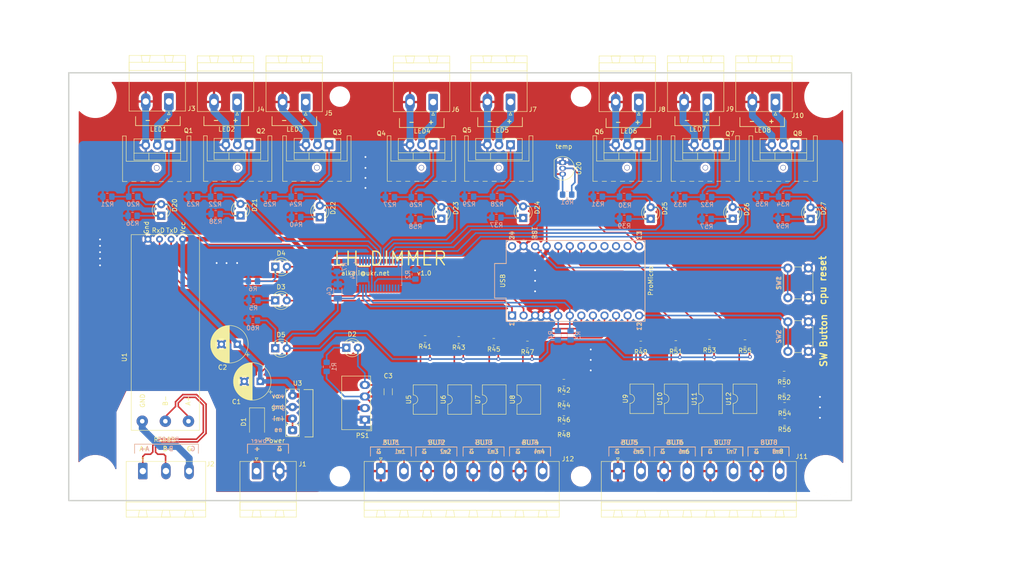
<source format=kicad_pcb>
(kicad_pcb (version 20211014) (generator pcbnew)
  (layers (0 "F.Cu" signal) (31 "B.Cu" signal) (34 "B.Paste" user) (35 "F.Paste" user) (36 "B.SilkS" user "B.Silkscreen") (37 "F.SilkS" user "F.Silkscreen") (38 "B.Mask" user) (39 "F.Mask" user) (44 "Edge.Cuts" user))
  (net 0 "")
  (net 1 "+5V")
  (net 2 "GND")
  (net 3 "Net-(D1-Pad2)")
  (net 4 "Net-(D2-Pad1)")
  (net 5 "Net-(D3-Pad1)")
  (net 6 "Net-(D4-Pad1)")
  (net 7 "Net-(D5-Pad1)")
  (net 8 "Net-(J3-Pad1)")
  (net 9 "Net-(J4-Pad1)")
  (net 10 "Net-(J5-Pad1)")
  (net 11 "Net-(J6-Pad1)")
  (net 12 "Net-(J7-Pad1)")
  (net 13 "Net-(J8-Pad1)")
  (net 14 "SCL")
  (net 15 "SDA")
  (net 16 "BUT1")
  (net 17 "PWM1")
  (net 18 "PWM3")
  (net 19 "PWM5")
  (net 20 "PWM7")
  (net 21 "PWM8")
  (net 22 "PWM4")
  (net 23 "PWM2")
  (net 24 "PWM6")
  (net 25 "Net-(R46-Pad2)")
  (net 26 "RESET")
  (net 27 "RX")
  (net 28 "TX")
  (net 29 "Net-(J9-Pad1)")
  (net 33 "Net-(J2-Pad3)")
  (net 34 "Net-(R42-Pad2)")
  (net 35 "BUT5")
  (net 36 "BUT8")
  (net 37 "BUT2")
  (net 38 "BUT3")
  (net 39 "BUT4")
  (net 40 "BUT6")
  (net 41 "BUT7")
  (net 42 "Net-(D1-Pad1)")
  (net 43 "+5V_ISO")
  (net 44 "GND_ISO")
  (net 45 "Net-(J10-Pad1)")
  (net 46 "Net-(Q1-Pad1)")
  (net 47 "Net-(Q2-Pad1)")
  (net 48 "Net-(Q3-Pad1)")
  (net 49 "Net-(Q4-Pad1)")
  (net 50 "Net-(Q5-Pad1)")
  (net 51 "Net-(Q6-Pad1)")
  (net 52 "Net-(Q7-Pad1)")
  (net 53 "Net-(Q8-Pad1)")
  (net 54 "Net-(R2-Pad2)")
  (net 55 "Net-(R7-Pad2)")
  (net 56 "Net-(R44-Pad2)")
  (net 57 "Net-(R48-Pad2)")
  (net 58 "Net-(R50-Pad2)")
  (net 59 "Net-(R52-Pad2)")
  (net 60 "Net-(R54-Pad2)")
  (net 61 "Net-(R56-Pad2)")
  (net 64 "SW_RESET")
  (net 65 "Net-(R36-Pad2)")
  (net 66 "Net-(R38-Pad2)")
  (net 67 "Net-(R40-Pad2)")
  (net 68 "Net-(R58-Pad2)")
  (net 69 "Net-(R37-Pad2)")
  (net 70 "Net-(R39-Pad2)")
  (net 71 "Net-(R57-Pad2)")
  (net 72 "A+")
  (net 73 "A-")
  (net 74 "TEMP")
  (net 75 "Net-(J11-Pad2)")
  (net 76 "Net-(J11-Pad4)")
  (net 77 "Net-(J11-Pad6)")
  (net 78 "Net-(J11-Pad8)")
  (net 79 "Net-(J12-Pad2)")
  (net 80 "Net-(J12-Pad4)")
  (net 81 "Net-(J12-Pad6)")
  (net 82 "Net-(J12-Pad8)")
  (net 91 "Net-(R59-Pad2)")
  (footprint "" (layer "F.Cu") (at 45.5 125.875)
    (fp_text reference "")
    (fp_text value "")
  )
  (footprint "Connector_Phoenix_MSTB:PhoenixContact_MSTBA_2,5_2-G-5,08_1x02_P5.08mm_Horizontal" (layer "F.Cu") (at 191.225 43.275 180)
    (fp_text reference "J9")
    (fp_text value "Conn_01x02")
  )
  (footprint "Connector_Phoenix_MSTB:PhoenixContact_MSTBA_2,5_2-G-5,08_1x02_P5.08mm_Horizontal" (layer "F.Cu") (at 131 43.3 180)
    (fp_text reference "J6")
    (fp_text value "Conn_01x02")
  )
  (footprint "Resistor_SMD:R_0805_2012Metric_Pad1.20x1.40mm_HandSolder" (layer "F.Cu") (at 129.225 95.375 180)
    (fp_text reference "R41")
    (fp_text value "10k")
  )
  (footprint "Connector_Phoenix_MSTB:PhoenixContact_MSTBA_2,5_3-G-5,08_1x03_P5.08mm_Horizontal" (layer "F.Cu") (at 67.2 124.39)
    (fp_text reference "J2")
    (fp_text value "Conn_01x03")
  )
  (footprint "Package_DIP:SMDIP-4_W9.53mm" (layer "F.Cu") (at 199.523493 108.508969 90)
    (fp_text reference "U12")
    (fp_text value "LTV-817S")
  )
  (footprint "" (layer "F.Cu") (at 163.5 125.59)
    (fp_text reference "")
    (fp_text value "")
  )
  (footprint "Resistor_SMD:R_0805_2012Metric_Pad1.20x1.40mm_HandSolder" (layer "F.Cu") (at 159.725 104.975 180)
    (fp_text reference "R42")
    (fp_text value "200")
  )
  (footprint "DshModules:DY-CN-025" (layer "F.Cu") (at 137.915 50.7175)
    (fp_text reference "HS5" hide)
    (fp_text value "Heatsink")
  )
  (footprint "LED_THT:LED_D3.0mm" (layer "F.Cu") (at 213.95 68.99 90)
    (fp_text reference "D27")
    (fp_text value "LED")
  )
  (footprint "Resistor_SMD:R_0805_2012Metric_Pad1.20x1.40mm_HandSolder" (layer "F.Cu") (at 144.325 95.975 180)
    (fp_text reference "R45")
    (fp_text value "10k")
  )
  (footprint "Resistor_SMD:R_0805_2012Metric_Pad1.20x1.40mm_HandSolder" (layer "F.Cu") (at 159.725 108.275 180)
    (fp_text reference "R44")
    (fp_text value "200")
  )
  (footprint "Resistor_SMD:R_0805_2012Metric_Pad1.20x1.40mm_HandSolder" (layer "F.Cu") (at 208.125 106.575 180)
    (fp_text reference "R52")
    (fp_text value "200")
  )
  (footprint "Package_DIP:SMDIP-4_W9.53mm" (layer "F.Cu") (at 191.966825 108.508969 90)
    (fp_text reference "U11")
    (fp_text value "LTV-817S")
  )
  (footprint "" (layer "F.Cu") (at 163.5 42.19)
    (fp_text reference "")
    (fp_text value "")
  )
  (footprint "Package_TO_SOT_THT:TO-220-3_Vertical" (layer "F.Cu") (at 72.925 52.775 180)
    (fp_text reference "Q1")
    (fp_text value "IRLB8721PBF")
  )
  (footprint "Capacitor_THT:CP_Radial_D8.0mm_P3.50mm" (layer "F.Cu") (at 93 104.69 180)
    (fp_text reference "C1")
    (fp_text value "100uF")
  )
  (footprint "Connector_Phoenix_MSTB:PhoenixContact_MSTBA_2,5_2-G-5,08_1x02_P5.08mm_Horizontal" (layer "F.Cu") (at 92.2 124.39)
    (fp_text reference "J1")
    (fp_text value "Conn_01x02")
  )
  (footprint "LED_THT:LED_D3.0mm" (layer "F.Cu") (at 71.25 68.29 90)
    (fp_text reference "D20")
    (fp_text value "LED")
  )
  (footprint "Resistor_SMD:R_0805_2012Metric_Pad1.20x1.40mm_HandSolder" (layer "F.Cu") (at 151.725 96.575 180)
    (fp_text reference "R47")
    (fp_text value "10k")
  )
  (footprint "LED_THT:LED_D3.0mm" (layer "F.Cu") (at 96.325 79.49)
    (fp_text reference "D4")
    (fp_text value "LED")
  )
  (footprint "Package_DIP:SMDIP-4_W9.53mm" (layer "F.Cu") (at 129.225 108.675 90)
    (fp_text reference "U5")
    (fp_text value "LTV-817S")
  )
  (footprint "LED_THT:LED_D3.0mm" (layer "F.Cu") (at 96.3 86.89)
    (fp_text reference "D3")
    (fp_text value "LED")
  )
  (footprint "Converter_DCDC:Converter_DCDC_Murata_MEE1SxxxxSC_THT" (layer "F.Cu") (at 116 113.09 180)
    (fp_text reference "PS1")
    (fp_text value "B0505S-1W")
  )
  (footprint "Connector_Phoenix_MSTB:PhoenixContact_MSTBA_2,5_2-G-5,08_1x02_P5.08mm_Horizontal" (layer "F.Cu") (at 72.925 43.175 180)
    (fp_text reference "J3")
    (fp_text value "Conn_01x02")
  )
  (footprint "" (layer "F.Cu") (at 110.5 42.19)
    (fp_text reference "")
    (fp_text value "")
  )
  (footprint "Package_DIP:SMDIP-4_W9.53mm" (layer "F.Cu") (at 136.825 108.675 90)
    (fp_text reference "U6")
    (fp_text value "LTV-817S")
  )
  (footprint "DshModules:DY-CN-025" (layer "F.Cu") (at 97.95 50.7175)
    (fp_text reference "HS3" hide)
    (fp_text value "Heatsink")
  )
  (footprint "DshModules:DY-CN-025" (layer "F.Cu") (at 200.415 50.7175)
    (fp_text reference "HS8" hide)
    (fp_text value "Heatsink")
  )
  (footprint "Package_DIP:SMDIP-4_W9.53mm" (layer "F.Cu") (at 152.025 108.675 90)
    (fp_text reference "U8")
    (fp_text value "LTV-817S")
  )
  (footprint "Package_TO_SOT_THT:TO-220-3_Vertical" (layer "F.Cu") (at 148 52.69 180)
    (fp_text reference "Q5")
    (fp_text value "IRLB8721PBF")
  )
  (footprint "LED_THT:LED_D3.0mm" (layer "F.Cu") (at 88.675 68.225 90)
    (fp_text reference "D21")
    (fp_text value "LED")
  )
  (footprint "MountingHole:MountingHole_8.4mm_M8" (layer "F.Cu") (at 45.3 42.025)
    (fp_text reference "REF**" hide)
    (fp_text value "MountingHole_8.4mm_M8")
  )
  (footprint "Package_DIP:SMDIP-4_W9.53mm" (layer "F.Cu") (at 144.425 108.675 90)
    (fp_text reference "U7")
    (fp_text value "LTV-817S")
  )
  (footprint "Diode_SMD:D_SMA" (layer "F.Cu") (at 92.3 113.9 -90)
    (fp_text reference "D1")
    (fp_text value "SS14")
  )
  (footprint "Package_TO_SOT_THT:TO-220-3_Vertical" (layer "F.Cu") (at 108.125 52.675 180)
    (fp_text reference "Q3")
    (fp_text value "IRLB8721PBF")
  )
  (footprint "LED_THT:LED_D3.0mm" (layer "F.Cu") (at 150.775 68.775 90)
    (fp_text reference "D24")
    (fp_text value "LED")
  )
  (footprint "Capacitor_SMD:C_1206_3216Metric_Pad1.33x1.80mm_HandSolder" (layer "F.Cu") (at 121.125 106.9625 -90)
    (fp_text reference "C3")
    (fp_text value "470nF")
  )
  (footprint "Resistor_SMD:R_0805_2012Metric_Pad1.20x1.40mm_HandSolder" (layer "F.Cu") (at 208.225 113.59 180)
    (fp_text reference "R56")
    (fp_text value "200")
  )
  (footprint "Resistor_SMD:R_0805_2012Metric_Pad1.20x1.40mm_HandSolder" (layer "F.Cu") (at 159.725 114.775 180)
    (fp_text reference "R48")
    (fp_text value "200")
  )
  (footprint "" (layer "F.Cu") (at 110.5 125.59)
    (fp_text reference "")
    (fp_text value "")
  )
  (footprint "Connector_Phoenix_MSTB:PhoenixContact_MSTBA_2,5_2-G-5,08_1x02_P5.08mm_Horizontal" (layer "F.Cu") (at 87.925 43.275 180)
    (fp_text reference "J4")
    (fp_text value "Conn_01x02")
  )
  (footprint "Connector_Phoenix_MSTB:PhoenixContact_MSTBA_2,5_2-G-5,08_1x02_P5.08mm_Horizontal" (layer "F.Cu") (at 103 43.29 180)
    (fp_text reference "J5")
    (fp_text value "Conn_01x02")
  )
  (footprint "Package_TO_SOT_THT:TO-220-3_Vertical" (layer "F.Cu") (at 131 52.69 180)
    (fp_text reference "Q4")
    (fp_text value "IRLB8721PBF")
  )
  (footprint "Package_TO_SOT_THT:TO-220-3_Vertical" (layer "F.Cu") (at 193.5 52.69 180)
    (fp_text reference "Q7")
    (fp_text value "IRLB8721PBF")
  )
  (footprint "LED_THT:LED_D3.0mm" (layer "F.Cu") (at 132.8 68.925 90)
    (fp_text reference "D23")
    (fp_text value "LED")
  )
  (footprint "Package_TO_SOT_THT:TO-220-3_Vertical" (layer "F.Cu") (at 90.525 52.675 180)
    (fp_text reference "Q2")
    (fp_text value "IRLB8721PBF")
  )
  (footprint "LED_THT:LED_D3.0mm" (layer "F.Cu") (at 178.8 68.95 90)
    (fp_text reference "D25")
    (fp_text value "LED")
  )
  (footprint "LED_THT:LED_D3.0mm" (layer "F.Cu") (at 196.825 68.925 90)
    (fp_text reference "D26")
    (fp_text value "LED")
  )
  (footprint "LED_THT:LED_D3.0mm" (layer "F.Cu") (at 96.3 97.4)
    (fp_text reference "D5")
    (fp_text value "LED")
  )
  (footprint "Package_TO_SOT_THT:TO-220-3_Vertical" (layer "F.Cu") (at 210.5 52.69 180)
    (fp_text reference "Q8")
    (fp_text value "IRLB8721PBF")
  )
  (footprint "LED_THT:LED_D3.0mm" (layer "F.Cu") (at 106.1 68.6 90)
    (fp_text reference "D22")
    (fp_text value "LED")
  )
  (footprint "LED_THT:LED_D3.0mm" (layer "F.Cu") (at 111.925 97.29)
    (fp_text reference "D2")
    (fp_text value "LED")
  )
  (footprint "Package_TO_SOT_THT:TO-92_Inline" (layer "F.Cu") (at 159.45 56.59 -90)
    (fp_text reference "U20")
    (fp_text value "DS18B20")
  )
  (footprint "DshModules:DY-CN-025" (layer "F.Cu") (at 120.915 50.7175)
    (fp_text reference "HS4" hide)
    (fp_text value "Heatsink")
  )
  (footprint "Connector_Phoenix_MSTB:PhoenixContact_MSTBA_2,5_2-G-5,08_1x02_P5.08mm_Horizontal" (layer "F.Cu") (at 148 43.2675 180)
    (fp_text reference "J7")
    (fp_text value "Conn_01x02")
  )
  (footprint "MountingHole:MountingHole_8.4mm_M8" (layer "F.Cu") (at 218.9875 42.2)
    (fp_text reference "REF**" hide)
    (fp_text value "MountingHole_8.4mm_M8")
  )
  (footprint "Button_Switch_THT:SW_PUSH_6mm_H4.3mm" (layer "F.Cu") (at 208.95 98.09 90)
    (fp_text reference "SW2")
    (fp_text value "SW_Push")
  )
  (footprint "Connector_Phoenix_MSTB:PhoenixContact_MSTBA_2,5_2-G-5,08_1x02_P5.08mm_Horizontal" (layer "F.Cu") (at 206.225 43.275 180)
    (fp_text reference "J10")
    (fp_text value "Conn_01x02")
  )
  (footprint "DshModules:DY-CN-025" (layer "F.Cu") (at 183.315 50.7175)
    (fp_text reference "HS7" hide)
    (fp_text value "Heatsink")
  )
  (footprint "Resistor_SMD:R_0805_2012Metric_Pad1.20x1.40mm_HandSolder" (layer "F.Cu") (at 136.625 95.575 180)
    (fp_text reference "R43")
    (fp_text value "10k")
  )
  (footprint "Connector_Phoenix_MSTB:PhoenixContact_MSTBA_2,5_8-G-5,08_1x08_P5.08mm_Horizontal" (layer "F.Cu") (at 171.6 124.39)
    (fp_text reference "J11")
    (fp_text value "Conn_01x08")
  )
  (footprint "DshModules:DY-CN-025" (layer "F.Cu") (at 80.55 50.7175)
    (fp_text reference "HS2" hide)
    (fp_text value "Heatsink")
  )
  (footprint "Package_DIP:SMDIP-4_W9.53mm" (layer "F.Cu") (at 184.410159 108.508969 90)
    (fp_text reference "U10")
    (fp_text value "LTV-817S")
  )
  (footprint "DshModules:DY-CN-025" (layer "F.Cu") (at 166.115 50.7175)
    (fp_text reference "HS6" hide)
    (fp_text value "Heatsink")
  )
  (footprint "Package_TO_SOT_THT:TO-220-3_Vertical" (layer "F.Cu") (at 176.2 52.69 180)
    (fp_text reference "Q6")
    (fp_text value "IRLB8721PBF")
  )
  (footprint "Resistor_SMD:R_0805_2012Metric_Pad1.20x1.40mm_HandSolder" (layer "F.Cu") (at 208.125 103.19 180)
    (fp_text reference "R50")
    (fp_text value "200")
  )
  (footprint "Connector_Phoenix_MSTB:PhoenixContact_MSTBA_2,5_2-G-5,08_1x02_P5.08mm_Horizontal" (layer "F.Cu") (at 176.2 43.29 180)
    (fp_text reference "J8")
    (fp_text value "Conn_01x02")
  )
  (footprint "Resistor_SMD:R_0805_2012Metric_Pad1.20x1.40mm_HandSolder" (layer "F.Cu") (at 199.525 96.275 180)
    (fp_text reference "R55")
    (fp_text value "10k")
  )
  (footprint "Resistor_SMD:R_0805_2012Metric_Pad1.20x1.40mm_HandSolder" (layer "F.Cu") (at 191.725 96.19 180)
    (fp_text reference "R53")
    (fp_text value "10k")
  )
  (footprint "Capacitor_THT:CP_Radial_D8.0mm_P3.50mm" (layer "F.Cu") (at 87.977651 96.525 180)
    (fp_text reference "C2")
    (fp_text value "100uF")
  )
  (footprint "Resistor_SMD:R_0805_2012Metric_Pad1.20x1.40mm_HandSolder" (layer "F.Cu") (at 208.225 110.075 180)
    (fp_text reference "R54")
    (fp_text value "200")
  )
  (footprint "Resistor_SMD:R_0805_2012Metric_Pad1.20x1.40mm_HandSolder" (layer "F.Cu") (at 159.725 111.475 180)
    (fp_text reference "R46")
    (fp_text value "200")
  )
  (footprint "Resistor_SMD:R_0805_2012Metric_Pad1.20x1.40mm_HandSolder" (layer "F.Cu") (at 176.625 96.575 180)
    (fp_text reference "R49")
    (fp_text value "10k")
  )
  (footprint "Package_DIP:SMDIP-4_W9.53mm" (layer "F.Cu") (at 176.853493 108.508969 90)
    (fp_text reference "U9")
    (fp_text value "LTV-817S")
  )
  (footprint "MountingHole:MountingHole_8.4mm_M8" (layer "F.Cu") (at 236.2375 125.9)
    (fp_text reference "REF**" hide)
    (fp_text value "MountingHole_8.4mm_M8")
  )
  (footprint "Connector_Phoenix_MSTB:PhoenixContact_MSTBA_2,5_8-G-5,08_1x08_P5.08mm_Horizontal" (layer "F.Cu") (at 119.5 124.39)
    (fp_text reference "J12")
    (fp_text value "Conn_01x08")
  )
  (footprint "Button_Switch_THT:SW_PUSH_6mm_H4.3mm" (layer "F.Cu") (at 208.95 86.29 90)
    (fp_text reference "SW1")
    (fp_text value "SW_Push")
  )
  (footprint "DshModules:HM813_V_A" (layer "F.Cu") (at 100.1 111.59 90)
    (fp_text reference "U3")
    (fp_text value "HW-813")
  )
  (footprint "DshModules:RS485_TTL_1" (layer "F.Cu") (at 79.655 72.435 90)
    (fp_text reference "U1")
    (fp_text value "RS485_TTL")
  )
  (footprint "DshModules:DY-CN-025" (layer "F.Cu") (at 62.75 50.7625)
    (fp_text reference "HS1" hide)
    (fp_text value "Heatsink")
  )
  (footprint "DshModules:ProMicroDsh" (layer "F.Cu") (at 162.3 82.59)
    (fp_text reference "U2" hide)
    (fp_text value "ProMicro")
  )
  (footprint "Resistor_SMD:R_0805_2012Metric_Pad1.20x1.40mm_HandSolder" (layer "F.Cu") (at 184.325 96.475 180)
    (fp_text reference "R51")
    (fp_text value "10k")
  )
  (footprint "Resistor_SMD:R_0805_2012Metric_Pad1.20x1.40mm_HandSolder" (layer "B.Cu") (at 91.4 82.69)
    (fp_text reference "R6")
    (fp_text value "1k")
  )
  (footprint "Resistor_SMD:R_0805_2012Metric_Pad1.20x1.40mm_HandSolder" (layer "B.Cu") (at 83.2 67.89)
    (fp_text reference "R38")
    (fp_text value "1k")
  )
  (footprint "Resistor_SMD:R_0805_2012Metric_Pad1.20x1.40mm_HandSolder" (layer "B.Cu") (at 127.1 81.19 -90)
    (fp_text reference "R2")
    (fp_text value "10k")
  )
  (footprint "Resistor_SMD:R_0805_2012Metric_Pad1.20x1.40mm_HandSolder" (layer "B.Cu") (at 160.45 63.64)
    (fp_text reference "R61")
    (fp_text value "4k7")
  )
  (footprint "Resistor_SMD:R_0805_2012Metric_Pad1.20x1.40mm_HandSolder" (layer "B.Cu") (at 161.2 94.59 90)
    (fp_text reference "R3")
    (fp_text value "4k7")
  )
  (footprint "Resistor_SMD:R_0805_2012Metric_Pad1.20x1.40mm_HandSolder" (layer "B.Cu") (at 138.9 64.09)
    (fp_text reference "R29")
    (fp_text value "10k")
  )
  (footprint "Resistor_SMD:R_0805_2012Metric_Pad1.20x1.40mm_HandSolder" (layer "B.Cu") (at 91.5 86.89)
    (fp_text reference "R5")
    (fp_text value "1k")
  )
  (footprint "Resistor_SMD:R_0805_2012Metric_Pad1.20x1.40mm_HandSolder" (layer "B.Cu") (at 191.1 68.99)
    (fp_text reference "R57")
    (fp_text value "1k")
  )
  (footprint "Resistor_SMD:R_0805_2012Metric_Pad1.20x1.40mm_HandSolder" (layer "B.Cu") (at 65.1 64.09)
    (fp_text reference "R20")
    (fp_text value "100")
  )
  (footprint "Resistor_SMD:R_0805_2012Metric_Pad1.20x1.40mm_HandSolder" (layer "B.Cu") (at 100.9 68.59)
    (fp_text reference "R40")
    (fp_text value "1k")
  )
  (footprint "Resistor_SMD:R_0805_2012Metric_Pad1.20x1.40mm_HandSolder" (layer "B.Cu") (at 207.8 68.89)
    (fp_text reference "R59")
    (fp_text value "1k")
  )
  (footprint "Resistor_SMD:R_0805_2012Metric_Pad1.20x1.40mm_HandSolder" (layer "B.Cu") (at 127.1 68.99)
    (fp_text reference "R58")
    (fp_text value "1k")
  )
  (footprint "Resistor_SMD:R_0805_2012Metric_Pad1.20x1.40mm_HandSolder" (layer "B.Cu") (at 121.5 64.19)
    (fp_text reference "R27")
    (fp_text value "10k")
  )
  (footprint "Resistor_SMD:R_0805_2012Metric_Pad1.20x1.40mm_HandSolder" (layer "B.Cu") (at 107.6 101.49 90)
    (fp_text reference "R1")
    (fp_text value "1k")
  )
  (footprint "Resistor_SMD:R_0805_2012Metric_Pad1.20x1.40mm_HandSolder" (layer "B.Cu") (at 185.3 64.19)
    (fp_text reference "R33")
    (fp_text value "10k")
  )
  (footprint "Resistor_SMD:R_0805_2012Metric_Pad1.20x1.40mm_HandSolder" (layer "B.Cu") (at 145.05 64.09)
    (fp_text reference "R28")
    (fp_text value "100")
  )
  (footprint "Resistor_SMD:R_0805_2012Metric_Pad1.20x1.40mm_HandSolder" (layer "B.Cu") (at 172.95 64.09)
    (fp_text reference "R30")
    (fp_text value "100")
  )
  (footprint "Resistor_SMD:R_0805_2012Metric_Pad1.20x1.40mm_HandSolder" (layer "B.Cu") (at 191.2 64.19)
    (fp_text reference "R32")
    (fp_text value "100")
  )
  (footprint "Resistor_SMD:R_0805_2012Metric_Pad1.20x1.40mm_HandSolder" (layer "B.Cu") (at 109.85 79.49 90)
    (fp_text reference "R7")
    (fp_text value "10k")
  )
  (footprint "Resistor_SMD:R_0805_2012Metric_Pad1.20x1.40mm_HandSolder" (layer "B.Cu") (at 167.2 64.09)
    (fp_text reference "R31")
    (fp_text value "10k")
  )
  (footprint "Resistor_SMD:R_0805_2012Metric_Pad1.20x1.40mm_HandSolder" (layer "B.Cu") (at 100.8 64.09)
    (fp_text reference "R24")
    (fp_text value "100")
  )
  (footprint "Resistor_SMD:R_0805_2012Metric_Pad1.20x1.40mm_HandSolder" (layer "B.Cu") (at 144.9 68.69)
    (fp_text reference "R37")
    (fp_text value "1k")
  )
  (footprint "Package_SO:TSSOP-28_4.4x9.7mm_P0.65mm" (layer "B.Cu") (at 119.155 81.275 -90)
    (fp_text reference "U4")
    (fp_text value "PCA9685PW")
  )
  (footprint "Resistor_SMD:R_0805_2012Metric_Pad1.20x1.40mm_HandSolder" (layer "B.Cu") (at 173 68.89)
    (fp_text reference "R39")
    (fp_text value "1k")
  )
  (footprint "Resistor_SMD:R_0805_2012Metric_Pad1.20x1.40mm_HandSolder" (layer "B.Cu") (at 207.9 64.09)
    (fp_text reference "R34")
    (fp_text value "100")
  )
  (footprint "Resistor_SMD:R_0805_2012Metric_Pad1.20x1.40mm_HandSolder" (layer "B.Cu") (at 83.1 64.09)
    (fp_text reference "R22")
    (fp_text value "100")
  )
  (footprint "Resistor_SMD:R_0805_2012Metric_Pad1.20x1.40mm_HandSolder" (layer "B.Cu") (at 91.4 91.29)
    (fp_text reference "R60")
    (fp_text value "1k")
  )
  (footprint "Resistor_SMD:R_0805_2012Metric_Pad1.20x1.40mm_HandSolder" (layer "B.Cu") (at 64.95 68.29)
    (fp_text reference "R36")
    (fp_text value "1k")
  )
  (footprint "Resistor_SMD:R_0805_2012Metric_Pad1.20x1.40mm_HandSolder" (layer "B.Cu") (at 59.4 64.09)
    (fp_text reference "R21")
    (fp_text value "10k")
  )
  (footprint "Resistor_SMD:R_0805_2012Metric_Pad1.20x1.40mm_HandSolder" (layer "B.Cu") (at 158.4 94.59 90)
    (fp_text reference "R4")
    (fp_text value "4k7")
  )
  (footprint "Capacitor_SMD:C_1206_3216Metric_Pad1.33x1.80mm_HandSolder" (layer "B.Cu") (at 110.05 84.89 -90)
    (fp_text reference "C4")
    (fp_text value "100nF")
  )
  (footprint "Resistor_SMD:R_0805_2012Metric_Pad1.20x1.40mm_HandSolder" (layer "B.Cu") (at 78.25 64.09)
    (fp_text reference "R23")
    (fp_text value "10k")
  )
  (footprint "Resistor_SMD:R_0805_2012Metric_Pad1.20x1.40mm_HandSolder" (layer "B.Cu") (at 203.25 64.09)
    (fp_text reference "R35")
    (fp_text value "10k")
  )
  (footprint "Resistor_SMD:R_0805_2012Metric_Pad1.20x1.40mm_HandSolder" (layer "B.Cu") (at 95.1 64.09)
    (fp_text reference "R25")
    (fp_text value "10k")
  )
  (footprint "Resistor_SMD:R_0805_2012Metric_Pad1.20x1.40mm_HandSolder" (layer "B.Cu") (at 127.2 64.19)
    (fp_text reference "R26")
    (fp_text value "100")
  )
  (gr_line (start 190.1 121.09) (end 190.1 119.09) (layer "B.SilkS") (width 0.15))
  (gr_line (start 146.6 119.09) (end 146.6 121.09) (layer "B.SilkS") (width 0.15))
  (gr_line (start 190.1 119.09) (end 199.1 119.09) (layer "B.SilkS") (width 0.15))
  (gr_line (start 169.6 119.09) (end 178.6 119.09) (layer "B.SilkS") (width 0.15))
  (gr_line (start 136.2 119.09) (end 136.2 121.09) (layer "B.SilkS") (width 0.15))
  (gr_line (start 156.8 119.09) (end 156.8 121.09) (layer "B.SilkS") (width 0.15))
  (gr_line (start 188.6 119.09) (end 188.6 121.09) (layer "B.SilkS") (width 0.15))
  (gr_line (start 179.6 119.09) (end 188.6 119.09) (layer "B.SilkS") (width 0.15))
  (gr_line (start 169.6 121.09) (end 169.6 119.09) (layer "B.SilkS") (width 0.15))
  (gr_line (start 199.1 119.09) (end 199.1 121.09) (layer "B.SilkS") (width 0.15))
  (gr_line (start 127.2 121.09) (end 127.2 119.09) (layer "B.SilkS") (width 0.15))
  (gr_line (start 178.6 119.09) (end 178.6 121.09) (layer "B.SilkS") (width 0.15))
  (gr_line (start 126.2 119.09) (end 126.2 121.09) (layer "B.SilkS") (width 0.15))
  (gr_line (start 209.2 119.09) (end 209.2 121.09) (layer "B.SilkS") (width 0.15))
  (gr_line (start 90.2 118.49) (end 99.2 118.49) (layer "B.SilkS") (width 0.15))
  (gr_line (start 200.2 119.09) (end 209.2 119.09) (layer "B.SilkS") (width 0.15))
  (gr_line (start 179.6 121.09) (end 179.6 119.09) (layer "B.SilkS") (width 0.15))
  (gr_line (start 90.2 120.49) (end 90.2 118.49) (layer "B.SilkS") (width 0.15))
  (gr_line (start 147.8 121.09) (end 147.8 119.09) (layer "B.SilkS") (width 0.15))
  (gr_line (start 117.2 121.09) (end 117.2 119.09) (layer "B.SilkS") (width 0.15))
  (gr_line (start 117.2 119.09) (end 126.2 119.09) (layer "B.SilkS") (width 0.15))
  (gr_line (start 79.4 118.49) (end 79.4 120.49) (layer "B.SilkS") (width 0.15))
  (gr_line (start 137.6 121.09) (end 137.6 119.09) (layer "B.SilkS") (width 0.15))
  (gr_line (start 127.2 119.09) (end 136.2 119.09) (layer "B.SilkS") (width 0.15))
  (gr_line (start 65.4 118.49) (end 79.4 118.49) (layer "B.SilkS") (width 0.15))
  (gr_line (start 147.8 119.09) (end 156.8 119.09) (layer "B.SilkS") (width 0.15))
  (gr_line (start 200.2 121.09) (end 200.2 119.09) (layer "B.SilkS") (width 0.15))
  (gr_line (start 65.4 120.49) (end 65.4 118.49) (layer "B.SilkS") (width 0.15))
  (gr_line (start 99.2 118.49) (end 99.2 120.49) (layer "B.SilkS") (width 0.15))
  (gr_line (start 137.6 119.09) (end 146.6 119.09) (layer "B.SilkS") (width 0.15))
  (gr_line (start 147.8 121.09) (end 147.8 119.09) (layer "F.SilkS") (width 0.15))
  (gr_line (start 65.625 46.475) (end 65.625 48.475) (layer "F.SilkS") (width 0.15))
  (gr_line (start 198.4 46.69) (end 198.4 48.69) (layer "F.SilkS") (width 0.15))
  (gr_line (start 140.8 48.69) (end 150.6 48.69) (layer "F.SilkS") (width 0.15))
  (gr_line (start 75.425 48.475) (end 75.425 46.475) (layer "F.SilkS") (width 0.15))
  (gr_circle (center 217.25 125.6) (end 221.25 125.6) (layer "F.SilkS") (width 0.2) (fill none))
  (gr_line (start 169.6 121.09) (end 169.6 119.09) (layer "F.SilkS") (width 0.15))
  (gr_line (start 127.2 121.09) (end 127.2 119.09) (layer "F.SilkS") (width 0.15))
  (gr_line (start 169 46.89) (end 169 48.89) (layer "F.SilkS") (width 0.15))
  (gr_line (start 80.625 48.475) (end 90.425 48.475) (layer "F.SilkS") (width 0.15))
  (gr_line (start 104.6 116.89) (end 102.8 116.89) (layer "F.SilkS") (width 0.15))
  (gr_line (start 105.4 48.49) (end 105.4 46.49) (layer "F.SilkS") (width 0.15))
  (gr_line (start 137.6 121.09) (end 137.6 119.09) (layer "F.SilkS") (width 0.15))
  (gr_circle (center 56.75 42.1) (end 60.750078 42.1) (layer "F.SilkS") (width 0.2) (fill none))
  (gr_line (start 184.125 46.475) (end 184.125 48.475) (layer "F.SilkS") (width 0.15))
  (gr_line (start 133.4 48.89) (end 133.4 46.89) (layer "F.SilkS") (width 0.15))
  (gr_line (start 208.2 48.69) (end 208.2 46.69) (layer "F.SilkS") (width 0.15))
  (gr_line (start 123.6 48.89) (end 133.4 48.89) (layer "F.SilkS") (width 0.15))
  (gr_line (start 137.6 119.09) (end 146.6 119.09) (layer "F.SilkS") (width 0.15))
  (gr_line (start 169.6 119.09) (end 178.6 119.09) (layer "F.SilkS") (width 0.15))
  (gr_line (start 65.4 120.49) (end 65.4 118.49) (layer "F.SilkS") (width 0.15))
  (gr_line (start 156.8 119.09) (end 156.8 121.09) (layer "F.SilkS") (width 0.15))
  (gr_line (start 190 121.09) (end 190 119.09) (layer "F.SilkS") (width 0.15))
  (gr_line (start 102.6 106.49) (end 104.6 106.49) (layer "F.SilkS") (width 0.15))
  (gr_line (start 150.6 48.69) (end 150.6 46.69) (layer "F.SilkS") (width 0.15))
  (gr_line (start 178.8 48.89) (end 178.8 46.89) (layer "F.SilkS") (width 0.15))
  (gr_line (start 104.6 106.49) (end 104.6 116.89) (layer "F.SilkS") (width 0.15))
  (gr_line (start 179.6 119.09) (end 188.6 119.09) (layer "F.SilkS") (width 0.15))
  (gr_line (start 199 119.09) (end 199 121.09) (layer "F.SilkS") (width 0.15))
  (gr_line (start 190 119.09) (end 199 119.09) (layer "F.SilkS") (width 0.15))
  (gr_line (start 198.4 48.69) (end 208.2 48.69) (layer "F.SilkS") (width 0.15))
  (gr_line (start 95.6 46.49) (end 95.6 48.49) (layer "F.SilkS") (width 0.15))
  (gr_line (start 193.925 48.475) (end 193.925 46.475) (layer "F.SilkS") (width 0.15))
  (gr_line (start 179.6 121.09) (end 179.6 119.09) (layer "F.SilkS") (width 0.15))
  (gr_line (start 200.2 119.09) (end 209.2 119.09) (layer "F.SilkS") (width 0.15))
  (gr_line (start 95.6 48.49) (end 105.4 48.49) (layer "F.SilkS") (width 0.15))
  (gr_line (start 79.4 118.49) (end 79.4 120.49) (layer "F.SilkS") (width 0.15))
  (gr_line (start 99.2 118.49) (end 99.2 120.49) (layer "F.SilkS") (width 0.15))
  (gr_line (start 90.2 120.49) (end 90.2 118.49) (layer "F.SilkS") (width 0.15))
  (gr_line (start 184.125 48.475) (end 193.925 48.475) (layer "F.SilkS") (width 0.15))
  (gr_line (start 147.8 119.09) (end 156.8 119.09) (layer "F.SilkS") (width 0.15))
  (gr_line (start 117.2 121.09) (end 117.2 119.09) (layer "F.SilkS") (width 0.15))
  (gr_line (start 146.6 119.09) (end 146.6 121.09) (layer "F.SilkS") (width 0.15))
  (gr_line (start 90.2 118.49) (end 99.2 118.49) (layer "F.SilkS") (width 0.15))
  (gr_line (start 136.2 119.09) (end 136.2 121.09) (layer "F.SilkS") (width 0.15))
  (gr_line (start 127.2 119.09) (end 136.2 119.09) (layer "F.SilkS") (width 0.15))
  (gr_line (start 209.2 119.09) (end 209.2 121.09) (layer "F.SilkS") (width 0.15))
  (gr_line (start 169 48.89) (end 178.8 48.89) (layer "F.SilkS") (width 0.15))
  (gr_line (start 126.2 119.09) (end 126.2 121.09) (layer "F.SilkS") (width 0.15))
  (gr_line (start 65.4 118.49) (end 79.4 118.49) (layer "F.SilkS") (width 0.15))
  (gr_line (start 117.2 119.09) (end 126.2 119.09) (layer "F.SilkS") (width 0.15))
  (gr_line (start 140.8 46.69) (end 140.8 48.69) (layer "F.SilkS") (width 0.15))
  (gr_line (start 90.425 48.475) (end 90.425 46.475) (layer "F.SilkS") (width 0.15))
  (gr_line (start 80.625 46.475) (end 80.625 48.475) (layer "F.SilkS") (width 0.15))
  (gr_line (start 65.625 48.475) (end 75.425 48.475) (layer "F.SilkS") (width 0.15))
  (gr_line (start 200.2 121.09) (end 200.2 119.09) (layer "F.SilkS") (width 0.15))
  (gr_line (start 178.6 119.09) (end 178.6 121.09) (layer "F.SilkS") (width 0.15))
  (gr_circle (center 217.275 42.1) (end 221.275078 42.1) (layer "F.SilkS") (width 0.2) (fill none))
  (gr_line (start 188.6 119.09) (end 188.6 121.09) (layer "F.SilkS") (width 0.15))
  (gr_circle (center 56.75 125.55) (end 60.750078 125.55) (layer "F.SilkS") (width 0.2) (fill none))
  (gr_line (start 123.6 46.89) (end 123.6 48.89) (layer "F.SilkS") (width 0.15))
  (gr_rect (start 50.925 36.875) (end 222.925 130.875) (layer "Edge.Cuts") (width 0.3) (fill none))
  (gr_text "BUT4" (at 152.2 118.09) (layer "B.SilkS") (effects (font (size 1 1)) (justify mirror)))
  (gr_text "In8    G" (at 204.6 120.09) (layer "B.SilkS") (effects (font (size 1 1)) (justify mirror)))
  (gr_text "In7    G" (at 194.5 120.09) (layer "B.SilkS") (effects (font (size 1 1)) (justify mirror)))
  (gr_text "gnd" (at 97.131858 110.268886) (layer "B.SilkS") (effects (font (size 1 1)) (justify mirror)))
  (gr_text "BUT1" (at 121.6 118.09) (layer "B.SilkS") (effects (font (size 1 1)) (justify mirror)))
  (gr_text "G     +" (at 94.6 119.49) (layer "B.SilkS") (effects (font (size 1 1)) (justify mirror)))
  (gr_text "RS485" (at 72.8 117.49) (layer "B.SilkS") (effects (font (size 1 1)) (justify mirror)))
  (gr_text "BUT7" (at 194.5 118.09) (layer "B.SilkS") (effects (font (size 1 1)) (justify mirror)))
  (gr_text "In2    G" (at 131.6 120.09) (layer "B.SilkS") (effects (font (size 1 1)) (justify mirror)))
  (gr_text "BUT3" (at 142 118.09) (layer "B.SilkS") (effects (font (size 1 1)) (justify mirror)))
  (gr_text "In1    G" (at 121.6 120.09) (layer "B.SilkS") (effects (font (size 1 1)) (justify mirror)))
  (gr_text "BUT2" (at 131.6 118.09) (layer "B.SilkS") (effects (font (size 1 1)) (justify mirror)))
  (gr_text "Power" (at 93.2 117.69) (layer "B.SilkS") (effects (font (size 1 1)) (justify mirror)))
  (gr_text " G     B-    A+" (at 73 119.49) (layer "B.SilkS") (effects (font (size 1 1) (thickness 0.2)) (justify mirror)))
  (gr_text "en" (at 96.931858 115.268886) (layer "B.SilkS") (effects (font (size 1 1)) (justify mirror)))
  (gr_text "in+" (at 96.731858 112.868886) (layer "B.SilkS") (effects (font (size 1 1)) (justify mirror)))
  (gr_text "In4    G" (at 152.2 120.09) (layer "B.SilkS") (effects (font (size 1 1)) (justify mirror)))
  (gr_text "In5    G" (at 174 120.09) (layer "B.SilkS") (effects (font (size 1 1)) (justify mirror)))
  (gr_text "vo+" (at 96.931858 107.868886) (layer "B.SilkS") (effects (font (size 1 1)) (justify mirror)))
  (gr_text "In6    G" (at 184 120.09) (layer "B.SilkS") (effects (font (size 1 1)) (justify mirror)))
  (gr_text "BUT6" (at 184 118.09) (layer "B.SilkS") (effects (font (size 1 1)) (justify mirror)))
  (gr_text "1" (at 113.825 78.175) (layer "B.SilkS") (effects (font (size 1 1)) (justify mirror)))
  (gr_text "BUT5" (at 174 118.09) (layer "B.SilkS") (effects (font (size 1 1)) (justify mirror)))
  (gr_text "In3    G" (at 142 120.09) (layer "B.SilkS") (effects (font (size 1 1)) (justify mirror)))
  (gr_text "BUT8" (at 204.776453 118.06377) (layer "B.SilkS") (effects (font (size 1 1)) (justify mirror)))
  (gr_text "vo+" (at 97 107.89) (layer "F.SilkS") (effects (font (size 1 1))))
  (gr_text "LED4" (at 128.6 49.69) (layer "F.SilkS") (effects (font (size 1 1))))
  (gr_text "BUT3" (at 142.2 118.09) (layer "F.SilkS") (effects (font (size 1 1))))
  (gr_text "-    +" (at 128.4 47.69) (layer "F.SilkS") (effects (font (size 1 1) (thickness 0.2))))
  (gr_text "G    In1" (at 121.8 120.09) (layer "F.SilkS") (effects (font (size 1 1))))
  (gr_text "-    +" (at 188.925 47.275) (layer "F.SilkS") (effects (font (size 1 1) (thickness 0.2))))
  (gr_text "LED8" (at 203.4 49.49) (layer "F.SilkS") (effects (font (size 1 1))))
  (gr_text "LED7" (at 189.125 49.275) (layer "F.SilkS") (effects (font (size 1 1))))
  (gr_text "BUT4" (at 152.4 118.09) (layer "F.SilkS") (effects (font (size 1 1))))
  (gr_text "SW Button" (at 216.8 95.69 90) (layer "F.SilkS") (effects (font (size 1.5 1.5) (thickness 0.3))))
  (gr_text "G    In3" (at 142.2 120.09) (layer "F.SilkS") (effects (font (size 1 1))))
  (gr_text "-    +" (at 70.425 47.275) (layer "F.SilkS") (effects (font (size 1 1) (thickness 0.2))))
  (gr_text "BUT2" (at 131.8 118.09) (layer "F.SilkS") (effects (font (size 1 1))))
  (gr_text "Power" (at 96.2 117.69) (layer "F.SilkS") (effects (font (size 1 1))))
  (gr_text "en" (at 97 115.29) (layer "F.SilkS") (effects (font (size 1 1))))
  (gr_text "temp" (at 159.725 53.075) (layer "F.SilkS") (effects (font (size 1 1))))
  (gr_text "G    In5" (at 174.2 120.09) (layer "F.SilkS") (effects (font (size 1 1))))
  (gr_text "-    +" (at 145.6 47.49) (layer "F.SilkS") (effects (font (size 1 1) (thickness 0.2))))
  (gr_text "LED2" (at 85.625 49.275) (layer "F.SilkS") (effects (font (size 1 1))))
  (gr_text "in+" (at 97.2 112.89) (layer "F.SilkS") (effects (font (size 1 1))))
  (gr_text "LED1" (at 70.625 49.275) (layer "F.SilkS") (effects (font (size 1 1))))
  (gr_text "LED3" (at 100.6 49.29) (layer "F.SilkS") (effects (font (size 1 1))))
  (gr_text "BUT1" (at 121.8 118.09) (layer "F.SilkS") (effects (font (size 1 1))))
  (gr_text " A+    B-    G" (at 71.8 119.49) (layer "F.SilkS") (effects (font (size 1 1) (thickness 0.2))))
  (gr_text "-    +" (at 203.2 47.49) (layer "F.SilkS") (effects (font (size 1 1) (thickness 0.2))))
  (gr_text "G    In4" (at 152.4 120.09) (layer "F.SilkS") (effects (font (size 1 1))))
  (gr_text "G    In8" (at 204.8 120.09) (layer "F.SilkS") (effects (font (size 1 1))))
  (gr_text "-    +" (at 173.8 47.69) (layer "F.SilkS") (effects (font (size 1 1) (thickness 0.2))))
  (gr_text "cpu reset" (at 216.6 82.49 90) (layer "F.SilkS") (effects (font (size 1.5 1.5) (thickness 0.3))))
  (gr_text "alkali@ukr.net        v1.0" (at 120.7 80.9) (layer "F.SilkS") (effects (font (size 1 1))))
  (gr_text "-    +" (at 85.425 47.275) (layer "F.SilkS") (effects (font (size 1 1) (thickness 0.2))))
  (gr_text "RS485" (at 72 117.49) (layer "F.SilkS") (effects (font (size 1 1))))
  (gr_text "BUT8" (at 204.8 118.09) (layer "F.SilkS") (effects (font (size 1 1))))
  (gr_text "G    In2" (at 131.8 120.09) (layer "F.SilkS") (effects (font (size 1 1))))
  (gr_text "G    In7" (at 194.6 120.09) (layer "F.SilkS") (effects (font (size 1 1))))
  (gr_text "G    In6" (at 184.2 120.09) (layer "F.SilkS") (effects (font (size 1 1))))
  (gr_text "BUT7" (at 194.6 118.09) (layer "F.SilkS") (effects (font (size 1 1))))
  (gr_text "LED5" (at 145.8 49.49) (layer "F.SilkS") (effects (font (size 1 1))))
  (gr_text "-    +" (at 100.4 47.29) (layer "F.SilkS") (effects (font (size 1 1) (thickness 0.2))))
  (gr_text "BUT5" (at 174.2 118.09) (layer "F.SilkS") (effects (font (size 1 1))))
  (gr_text "LH_DIMMER" (at 121.6 77.7) (layer "F.SilkS") (effects (font (size 3 3) (thickness 0.3))))
  (gr_text "+     G" (at 94.8 119.49) (layer "F.SilkS") (effects (font (size 1 1))))
  (gr_text "gnd" (at 96.8 110.29) (layer "F.SilkS") (effects (font (size 1 1))))
  (gr_text "BUT6" (at 184.2 118.09) (layer "F.SilkS") (effects (font (size 1 1))))
  (gr_text "LED6" (at 174 49.69) (layer "F.SilkS") (effects (font (size 1 1))))
  (segment (start 155.95 76.34) (end 154 78.29) (width 1) (layer "F.Cu") (net 1))
  (segment (start 106.99 107.78) (end 100.1 107.78) (width 1) (layer "F.Cu") (net 1))
  (segment (start 98.84 99.25) (end 98.84 97.39) (width 0.35) (layer "F.Cu") (net 1))
  (segment (start 99.945 73.435) (end 75.955 73.435) (width 1) (layer "F.Cu") (net 1))
  (segment (start 93 104.69) (end 93 102.89) (width 0.35) (layer "F.Cu") (net 1))
  (segment (start 95.4 100.49) (end 97.6 100.49) (width 0.35) (layer "F.Cu") (net 1))
  (segment (start 130.3 95.45) (end 130.225 95.375) (width 0.35) (layer "F.Cu") (net 1))
  (segment (start 155.95 74.97) (end 155.95 76.34) (width 1) (layer "F.Cu") (net 1))
  (segment (start 200.625 99.29) (end 200.525 99.19) (width 0.35) (layer "F.Cu") (net 1))
  (segment (start 157.49 59.13) (end 159.45 59.13) (width 0.35) (layer "F.Cu") (net 1))
  (segment (start 200.525 99.19) (end 200.525 96.275) (width 0.35) (layer "F.Cu") (net 1))
  (segment (start 145.325 99.775) (end 145.325 95.975) (width 0.35) (layer "F.Cu") (net 1))
  (segment (start 185.225 99.375) (end 185.225 96.575) (width 0.35) (layer "F.Cu") (net 1))
  (segment (start 152.725 99.775) (end 152.725 96.575) (width 0.35) (layer "F.Cu") (net 1))
  (segment (start 155.95 60.67) (end 157.49 59.13) (width 0.35) (layer "F.Cu") (net 1))
  (segment (start 97.6 100.49) (end 98.84 99.25) (width 0.35) (layer "F.Cu") (net 1))
  (segment (start 116 110.55) (end 109.76 110.55) (width 1) (layer "F.Cu") (net 1))
  (segment (start 93 102.89) (end 95.4 100.49) (width 0.35) (layer "F.Cu") (net 1))
  (segment (start 177.625 99.275) (end 177.625 96.575) (width 0.35) (layer "F.Cu") (net 1))
  (segment (start 185.225 96.575) (end 185.325 96.475) (width 0.35) (layer "F.Cu") (net 1))
  (segment (start 137.625 95.575) (end 137.625 99.775) (width 0.35) (layer "F.Cu") (net 1))
  (segment (start 130.325 99.775) (end 130.3 99.75) (width 0.35) (layer "F.Cu") (net 1))
  (segment (start 104.8 78.29) (end 99.945 73.435) (width 1) (layer "F.Cu") (net 1))
  (segment (start 155.95 74.97) (end 155.95 60.69) (width 0.35) (layer "F.Cu") (net 1))
  (segment (start 130.3 99.75) (end 130.3 95.45) (width 0.35) (layer "F.Cu") (net 1))
  (segment (start 109.76 110.55) (end 106.99 107.78) (width 1) (layer "F.Cu") (net 1))
  (segment (start 154 78.29) (end 104.8 78.29) (width 1) (layer "F.Cu") (net 1))
  (segment (start 192.725 99.375) (end 192.725 96.19) (width 0.35) (layer "F.Cu") (net 1))
  (via (at 130.325 99.775) (size 0.8) (drill 0.4) (layers "F.Cu" "B.Cu") (net 1))
  (via (at 137.625 99.775) (size 0.8) (drill 0.4) (layers "F.Cu" "B.Cu") (net 1))
  (via (at 185.225 99.375) (size 0.8) (drill 0.4) (layers "F.Cu" "B.Cu") (net 1))
  (via (at 200.625 99.29) (size 0.8) (drill 0.4) (layers "F.Cu" "B.Cu") (net 1))
  (via (at 145.325 99.775) (size 0.8) (drill 0.4) (layers "F.Cu" "B.Cu") (net 1))
  (via (at 152.725 99.775) (size 0.8) (drill 0.4) (layers "F.Cu" "B.Cu") (net 1))
  (via (at 177.625 99.275) (size 0.8) (drill 0.4) (layers "F.Cu" "B.Cu") (net 1))
  (via (at 192.725 99.375) (size 0.8) (drill 0.4) (layers "F.Cu" "B.Cu") (net 1))
  (segment (start 172.95 99.39) (end 169.15 95.59) (width 0.35) (layer "B.Cu") (net 1))
  (segment (start 98.7 104.69) (end 93 104.69) (width 1) (layer "B.Cu") (net 1))
  (segment (start 116.4 94.09) (end 109.4 94.09) (width 0.35) (layer "B.Cu") (net 1))
  (segment (start 122.085 99.775) (end 116.4 94.09) (width 0.35) (layer "B.Cu") (net 1))
  (segment (start 177.625 99.275) (end 177.51 99.39) (width 0.35) (layer "B.Cu") (net 1))
  (segment (start 93 104.69) (end 93 101.39) (width 1) (layer "B.Cu") (net 1))
  (segment (start 113.5375 86.4525) (end 114.925 85.065) (width 0.35) (layer "B.Cu") (net 1))
  (segment (start 185.225 99.375) (end 185.24 99.39) (width 0.35) (layer "B.Cu") (net 1))
  (segment (start 100.1 107.78) (end 100.1 106.09) (width 1) (layer "B.Cu") (net 1))
  (segment (start 154.625 99.775) (end 156.125 98.275) (width 0.35) (layer "B.Cu") (net 1))
  (segment (start 152.725 99.775) (end 145.325 99.775) (width 0.35) (layer "B.Cu") (net 1))
  (segment (start 200.525 99.39) (end 200.625 99.29) (width 0.35) (layer "B.Cu") (net 1))
  (segment (start 114.925 85.065) (end 114.925 84.1025) (width 0.35) (layer "B.Cu") (net 1))
  (segment (start 156.125 98.275) (end 156.125 96.275) (width 0.35) (layer "B.Cu") (net 1))
  (segment (start 109.4 94.09) (end 106.1 97.39) (width 0.35) (layer "B.Cu") (net 1))
  (segment (start 110.05 86.4525) (end 113.5375 86.4525) (width 0.35) (layer "B.Cu") (net 1))
  (segment (start 185.21 99.39) (end 177.74 99.39) (width 0.35) (layer "B.Cu") (net 1))
  (segment (start 185.24 99.39) (end 192.71 99.39) (width 0.35) (layer "B.Cu") (net 1))
  (segment (start 75.955 84.345) (end 75.955 73.435) (width 1) (layer "B.Cu") (net 1))
  (segment (start 156.125 96.275) (end 156.86 95.54) (width 0.35) (layer "B.Cu") (net 1))
  (segment (start 137.625 99.775) (end 130.325 99.775) (width 0.35) (layer "B.Cu") (net 1))
  (segment (start 98.865 95.425) (end 98.865 97.39) (width 0.35) (layer "B.Cu") (net 1))
  (segment (start 156.86 95.54) (end 158.35 95.54) (width 0.35) (layer "B.Cu") (net 1))
  (segment (start 130.325 99.775) (end 122.085 99.775) (width 0.35) (layer "B.Cu") (net 1))
  (segment (start 100.1 94.19) (end 98.865 95.425) (width 0.35) (layer "B.Cu") (net 1))
  (segment (start 192.71 99.39) (end 192.725 99.375) (width 0.35) (layer "B.Cu") (net 1))
  (segment (start 110.05 89.14) (end 105 94.19) (width 0.35) (layer "B.Cu") (net 1))
  (segment (start 93 101.39) (end 75.955 84.345) (width 1) (layer "B.Cu") (net 1))
  (segment (start 159.45 59.13) (end 159.45 63.64) (width 0.35) (layer "B.Cu") (net 1))
  (segment (start 100.1 106.09) (end 98.7 104.69) (width 1) (layer "B.Cu") (net 1))
  (segment (start 192.725 99.375) (end 192.74 99.39) (width 0.35) (layer "B.Cu") (net 1))
  (segment (start 106.1 97.39) (end 98.84 97.39) (width 0.35) (layer "B.Cu") (net 1))
  (segment (start 161.2 95.59) (end 158.4 95.59) (width 0.35) (layer "B.Cu") (net 1))
  (segment (start 105 94.19) (end 100.1 94.19) (width 0.35) (layer "B.Cu") (net 1))
  (segment (start 177.51 99.39) (end 172.95 99.39) (width 0.35) (layer "B.Cu") (net 1))
  (segment (start 185.225 99.375) (end 185.21 99.39) (width 0.35) (layer "B.Cu") (net 1))
  (segment (start 110.05 86.4525) (end 110.05 89.14) (width 0.35) (layer "B.Cu") (net 1))
  (segment (start 192.74 99.39) (end 200.525 99.39) (width 0.35) (layer "B.Cu") (net 1))
  (segment (start 169.15 95.59) (end 161.2 95.59) (width 0.35) (layer "B.Cu") (net 1))
  (segment (start 152.725 99.775) (end 154.625 99.775) (width 0.35) (layer "B.Cu") (net 1))
  (segment (start 137.625 99.775) (end 145.325 99.775) (width 0.35) (layer "B.Cu") (net 1))
  (segment (start 177.74 99.39) (end 177.625 99.275) (width 0.35) (layer "B.Cu") (net 1))
  (via (at 57.8 79.19) (size 0.8) (drill 0.4) (layers "F.Cu" "B.Cu") (net 2))
  (via (at 116.125 55.375) (size 0.8) (drill 0.4) (layers "F.Cu" "B.Cu") (net 2))
  (via (at 57.8 73.49) (size 0.8) (drill 0.4) (layers "F.Cu" "B.Cu") (net 2))
  (via (at 165.625 102.275) (size 0.8) (drill 0.4) (layers "F.Cu" "B.Cu") (net 2))
  (via (at 216 108.09) (size 0.8) (drill 0.4) (layers "F.Cu" "B.Cu") (net 2))
  (via (at 57.8 76.29) (size 0.8) (drill 0.4) (layers "F.Cu" "B.Cu") (net 2))
  (via (at 153.4 82.59) (size 0.8) (drill 0.4) (layers "F.Cu" "B.Cu") (net 2))
  (via (at 57.8 74.89) (size 0.8) (drill 0.4) (layers "F.Cu" "B.Cu") (net 2))
  (via (at 153.4 84.89) (size 0.8) (drill 0.4) (layers "F.Cu" "B.Cu") (net 2))
  (via (at 116.125 57.775) (size 0.8) (drill 0.4) (layers "F.Cu" "B.Cu") (net 2))
  (via (at 87.925 78.675) (size 0.8) (drill 0.4) (layers "F.Cu" "B.Cu") (net 2))
  (via (at 116.125 62.175) (size 0.8) (drill 0.4) (layers "F.Cu" "B.Cu") (net 2))
  (via (at 85.6 78.69) (size 0.8) (drill 0.4) (layers "F.Cu" "B.Cu") (net 2))
  (via (at 216 112.69) (size 0.8) (drill 0.4) (layers "F.Cu" "B.Cu") (net 2))
  (via (at 153.4 80.29) (size 0.8) (drill 0.4) (layers "F.Cu" "B.Cu") (net 2))
  (via (at 116.125 59.975) (size 0.8) (drill 0.4) (layers "F.Cu" "B.Cu") (net 2))
  (via (at 165.625 97.675) (size 0.8) (drill 0.4) (layers "F.Cu" "B.Cu") (net 2))
  (via (at 83.425 78.675) (size 0.8) (drill 0.4) (layers "F.Cu" "B.Cu") (net 2))
  (via (at 165.625 99.975) (size 0.8) (drill 0.4) (layers "F.Cu" "B.Cu") (net 2))
  (via (at 216 110.39) (size 0.8) (drill 0.4) (layers "F.Cu" "B.Cu") (net 2))
  (via (at 57.8 77.69) (size 0.8) (drill 0.4) (layers "F.Cu" "B.Cu") (net 2))
  (segment (start 111.5625 83.3275) (end 110.05 83.3275) (width 0.35) (layer "B.Cu") (net 2))
  (segment (start 185.9 43.52) (end 186.145 43.275) (width 1.5) (layer "B.Cu") (net 2))
  (segment (start 123.8 80.19) (end 123.375 79.765) (width 0.35) (layer "B.Cu") (net 2))
  (segment (start 85.445 52.675) (end 85.445 47.995) (width 1.5) (layer "B.Cu") (net 2))
  (segment (start 188.42 50.22) (end 185.9 47.7) (width 1.5) (layer "B.Cu") (net 2))
  (segment (start 85.445 47.995) (end 82.845 45.395) (width 1.5) (layer "B.Cu") (net 2))
  (segment (start 142.92 52.69) (end 142.92 43.3475) (width 1.5) (layer "B.Cu") (net 2))
  (segment (start 127.1 80.19) (end 123.8 80.19) (width 0.35) (layer "B.Cu") (net 2))
  (segment (start 171.12 52.69) (end 171.12 43.31) (width 1.5) (layer "B.Cu") (net 2))
  (segment (start 123.375 79.765) (end 123.375 78.3775) (width 0.35) (layer "B.Cu") (net 2))
  (segment (start 103.045 50.195) (end 97.92 45.07) (width 1.5) (layer "B.Cu") (net 2))
  (segment (start 67.825 52.755) (end 67.825 43.195) (width 1.5) (layer "B.Cu") (net 2))
  (segment (start 116.4 82.39) (end 112.5 82.39) (width 0.35) (layer "B.Cu") (net 2))
  (segment (start 142.92 43.3475) (end 143 43.2675) (width 1.5) (layer "B.Cu") (net 2))
  (segment (start 205.42 50.62) (end 201.145 46.345) (width 1.5) (layer "B.Cu") (net 2))
  (segment (start 116.875 84.1025) (end 116.875 82.865) (width 0.35) (layer "B.Cu") (net 2))
  (segment (start 205.42 52.69) (end 205.42 50.62) (width 1.5) (layer "B.Cu") (net 2))
  (segment (start 67.845 52.775) (end 67.825 52.755) (width 1.5) (layer "B.Cu") (net 2))
  (segment (start 116.875 82.865) (end 116.4 82.39) (width 0.35) (layer "B.Cu") (net 2))
  (segment (start 201.145 46.345) (end 201.145 43.275) (width 1.5) (layer "B.Cu") (net 2))
  (segment (start 97.92 43.31) (end 97.9 43.29) (width 1.5) (layer "B.Cu") (net 2))
  (segment (start 125.92 52.69) (end 125.92 43.3) (width 1.5) (layer "B.Cu") (net 2))
  (segment (start 188.42 52.69) (end 188.42 50.22) (width 1.5) (layer "B.Cu") (net 2))
  (segment (start 67.825 43.195) (end 67.845 43.175) (width 1.5) (layer "B.Cu") (net 2))
  (segment (start 171.12 43.31) (end 171.1 43.29) (width 1.5) (layer "B.Cu") (net 2))
  (segment (start 82.845 45.395) (end 82.845 43.275) (width 1.5) (layer "B.Cu") (net 2))
  (segment (start 185.9 47.7) (end 185.9 43.52) (width 1.5) (layer "B.Cu") (net 2))
  (segment (start 97.92 45.07) (end 97.92 43.31) (width 1.5) (layer "B.Cu") (net 2))
  (segment (start 112.5 82.39) (end 111.5625 83.3275) (width 0.35) (layer "B.Cu") (net 2))
  (segment (start 103.045 52.675) (end 103.045 50.195) (width 1.5) (layer "B.Cu") (net 2))
  (segment (start 92.2 124.39) (end 92.3 124.29) (width 1.5) (layer "F.Cu") (net 3))
  (segment (start 92.3 124.29) (end 92.3 115.9) (width 1.5) (layer "F.Cu") (net 3))
  (segment (start 107.6 100.49) (end 107.6 98.89) (width 0.35) (layer "B.Cu") (net 4))
  (segment (start 107.6 98.89) (end 109.2 97.29) (width 0.35) (layer "B.Cu") (net 4))
  (segment (start 109.2 97.29) (end 111.925 97.29) (width 0.35) (layer "B.Cu") (net 4))
  (segment (start 92.5 86.89) (end 96.3 86.89) (width 0.35) (layer "B.Cu") (net 5))
  (segment (start 96.325 79.49) (end 96.325 82.065) (width 0.35) (layer "B.Cu") (net 6))
  (segment (start 95.7 82.69) (end 92.4 82.69) (width 0.35) (layer "B.Cu") (net 6))
  (segment (start 96.325 82.065) (end 95.7 82.69) (width 0.35) (layer "B.Cu") (net 6))
  (segment (start 94.4 91.29) (end 92.4 91.29) (width 0.35) (layer "B.Cu") (net 7))
  (segment (start 96.325 97.39) (end 96.325 93.215) (width 0.35) (layer "B.Cu") (net 7))
  (segment (start 96.325 93.215) (end 94.4 91.29) (width 0.35) (layer "B.Cu") (net 7))
  (segment (start 70.425 48.475) (end 72.925 45.975) (width 1.5) (layer "B.Cu") (net 8))
  (segment (start 70.425 52.735) (end 70.425 48.475) (width 1.5) (layer "B.Cu") (net 8))
  (segment (start 72.925 45.975) (end 72.925 43.175) (width 1.5) (layer "B.Cu") (net 8))
  (segment (start 70.385 52.775) (end 70.425 52.735) (width 1.5) (layer "B.Cu") (net 8))
  (segment (start 88.025 43.375) (end 87.925 43.275) (width 1.5) (layer "B.Cu") (net 9))
  (segment (start 87.985 52.675) (end 88.025 52.635) (width 1.5) (layer "B.Cu") (net 9))
  (segment (start 88.025 52.635) (end 88.025 43.375) (width 1.5) (layer "B.Cu") (net 9))
  (segment (start 103 43.29) (end 103 45.75) (width 1.5) (layer "B.Cu") (net 10))
  (segment (start 105.585 48.335) (end 105.585 52.675) (width 1.5) (layer "B.Cu") (net 10))
  (segment (start 103 45.75) (end 105.585 48.335) (width 1.5) (layer "B.Cu") (net 10))
  (segment (start 131 47.99) (end 131 43.3) (width 1.5) (layer "B.Cu") (net 11))
  (segment (start 128.46 50.53) (end 131 47.99) (width 1.5) (layer "B.Cu") (net 11))
  (segment (start 128.46 52.69) (end 128.46 50.53) (width 1.5) (layer "B.Cu") (net 11))
  (segment (start 148 47.19) (end 148 43.2675) (width 1.5) (layer "B.Cu") (net 12))
  (segment (start 145.46 52.69) (end 145.46 49.73) (width 1.5) (layer "B.Cu") (net 12))
  (segment (start 145.46 49.73) (end 148 47.19) (width 1.5) (layer "B.Cu") (net 12))
  (segment (start 176.3 43.39) (end 176.2 43.29) (width 1.5) (layer "B.Cu") (net 13))
  (segment (start 173.66 52.69) (end 173.66 50.23) (width 1.5) (layer "B.Cu") (net 13))
  (segment (start 173.66 50.23) (end 176.3 47.59) (width 1.5) (layer "B.Cu") (net 13))
  (segment (start 176.3 47.59) (end 176.3 43.39) (width 1.5) (layer "B.Cu") (net 13))
  (segment (start 159.9 87.39) (end 161.03 88.52) (width 0.35) (layer "B.Cu") (net 14))
  (segment (start 161.03 88.52) (end 161.03 90.21) (width 0.35) (layer "B.Cu") (net 14))
  (segment (start 161.03 93.42) (end 161.03 90.21) (width 0.35) (layer "B.Cu") (net 14))
  (segment (start 117.8 87.39) (end 159.9 87.39) (width 0.35) (layer "B.Cu") (net 14))
  (segment (start 116.225 84.1025) (end 116.225 85.815) (width 0.35) (layer "B.Cu") (net 14))
  (segment (start 116.225 85.815) (end 117.8 87.39) (width 0.35) (layer "B.Cu") (net 14))
  (segment (start 115.575 86.475) (end 115.575 84.1025) (width 0.35) (layer "B.Cu") (net 15))
  (segment (start 158 88.2) (end 117.3 88.2) (width 0.35) (layer "B.Cu") (net 15))
  (segment (start 158.49 93.5) (end 158.49 90.21) (width 0.35) (layer "B.Cu") (net 15))
  (segment (start 117.3 88.2) (end 115.575 86.475) (width 0.35) (layer "B.Cu") (net 15))
  (segment (start 158.49 90.21) (end 158.49 88.69) (width 0.35) (layer "B.Cu") (net 15))
  (segment (start 158.49 88.69) (end 158 88.2) (width 0.35) (layer "B.Cu") (net 15))
  (segment (start 127.955 103.91) (end 128.225 103.64) (width 0.35) (layer "F.Cu") (net 16))
  (segment (start 163.57 91.42) (end 163.57 90.21) (width 0.35) (layer "F.Cu") (net 16))
  (segment (start 130.51 92.09) (end 162.9 92.09) (width 0.35) (layer "F.Cu") (net 16))
  (segment (start 162.9 92.09) (end 163.57 91.42) (width 0.35) (layer "F.Cu") (net 16))
  (segment (start 128.225 103.64) (end 128.225 94.375) (width 0.35) (layer "F.Cu") (net 16))
  (segment (start 128.225 94.375) (end 130.525 92.075) (width 0.35) (layer "F.Cu") (net 16))
  (segment (start 67.785 65.775) (end 66.1 64.09) (width 0.35) (layer "B.Cu") (net 17))
  (segment (start 118.175 78.3775) (end 118.175 76.465) (width 0.35) (layer "B.Cu") (net 17))
  (segment (start 118.175 76.465) (end 116.6 74.89) (width 0.35) (layer "B.Cu") (net 17))
  (segment (start 81.8 74.89) (end 72.685 65.775) (width 0.35) (layer "B.Cu") (net 17))
  (segment (start 72.685 65.775) (end 67.785 65.775) (width 0.35) (layer "B.Cu") (net 17))
  (segment (start 116.6 74.89) (end 81.8 74.89) (width 0.35) (layer "B.Cu") (net 17))
  (segment (start 110.135 66.025) (end 106.1 66.025) (width 0.35) (layer "B.Cu") (net 18))
  (segment (start 106.1 64.79) (end 105.3 63.99) (width 0.35) (layer "B.Cu") (net 18))
  (segment (start 119.475 75.415) (end 119.5 75.39) (width 0.35) (layer "B.Cu") (net 18))
  (segment (start 105.3 63.99) (end 101.9 63.99) (width 0.35) (layer "B.Cu") (net 18))
  (segment (start 119.5 75.39) (end 110.135 66.025) (width 0.35) (layer "B.Cu") (net 18))
  (segment (start 106.1 66.025) (end 106.1 64.79) (width 0.35) (layer "B.Cu") (net 18))
  (segment (start 119.475 78.3775) (end 119.475 75.415) (width 0.35) (layer "B.Cu") (net 18))
  (segment (start 154 69.29) (end 152.7 70.59) (width 0.35) (layer "B.Cu") (net 19))
  (segment (start 150.74 66.19) (end 153.4 66.19) (width 0.35) (layer "B.Cu") (net 19))
  (segment (start 134.9 74.34) (end 122.45 74.34) (width 0.35) (layer "B.Cu") (net 19))
  (segment (start 148.065 63.99) (end 146.15 63.99) (width 0.35) (layer "B.Cu") (net 19))
  (segment (start 138.65 70.59) (end 134.9 74.34) (width 0.35) (layer "B.Cu") (net 19))
  (segment (start 122.45 74.34) (end 120.775 76.015) (width 0.35) (layer "B.Cu") (net 19))
  (segment (start 120.775 76.015) (end 120.775 78.3775) (width 0.35) (layer "B.Cu") (net 19))
  (segment (start 150.3 66.225) (end 148.065 63.99) (width 0.35) (layer "B.Cu") (net 19))
  (segment (start 154 66.79) (end 154 69.29) (width 0.35) (layer "B.Cu") (net 19))
  (segment (start 153.4 66.19) (end 154 66.79) (width 0.35) (layer "B.Cu") (net 19))
  (segment (start 152.7 70.59) (end 138.65 70.59) (width 0.35) (layer "B.Cu") (net 19))
  (segment (start 200.1 70.39) (end 200.1 67.39) (width 0.35) (layer "B.Cu") (net 20))
  (segment (start 200.1 67.39) (end 199.135 66.425) (width 0.35) (layer "B.Cu") (net 20))
  (segment (start 196 64.19) (end 192.2 64.19) (width 0.35) (layer "B.Cu") (net 20))
  (segment (start 122.075 78.3775) (end 122.075 77.015) (width 0.35) (layer "B.Cu") (net 20))
  (segment (start 122.075 77.015) (end 123.05 76.04) (width 0.35) (layer "B.Cu") (net 20))
  (segment (start 198.4 72.09) (end 200.1 70.39) (width 0.35) (layer "B.Cu") (net 20))
  (segment (start 196.7 64.89) (end 196 64.19) (width 0.35) (layer "B.Cu") (net 20))
  (segment (start 136.4 76.04) (end 140.35 72.09) (width 0.35) (layer "B.Cu") (net 20))
  (segment (start 196.7 66.425) (end 196.7 64.89) (width 0.35) (layer "B.Cu") (net 20))
  (segment (start 199.135 66.425) (end 196.7 66.425) (width 0.35) (layer "B.Cu") (net 20))
  (segment (start 140.35 72.09) (end 198.4 72.09) (width 0.35) (layer "B.Cu") (net 20))
  (segment (start 123.05 76.04) (end 136.4 76.04) (width 0.35) (layer "B.Cu") (net 20))
  (segment (start 122.725 77.315) (end 122.725 78.3775) (width 0.35) (layer "B.Cu") (net 21))
  (segment (start 216.9 67.24) (end 216.9 70.74) (width 0.35) (layer "B.Cu") (net 21))
  (segment (start 123.05 76.99) (end 122.725 77.315) (width 0.35) (layer "B.Cu") (net 21))
  (segment (start 216.11 66.45) (end 216.9 67.24) (width 0.35) (layer "B.Cu") (net 21))
  (segment (start 213.95 66.45) (end 216.11 66.45) (width 0.35) (layer "B.Cu") (net 21))
  (segment (start 216.9 70.74) (end 214.75 72.89) (width 0.35) (layer "B.Cu") (net 21))
  (segment (start 137.3 76.99) (end 123.05 76.99) (width 0.35) (layer "B.Cu") (net 21))
  (segment (start 141.4 72.89) (end 137.3 76.99) (width 0.35) (layer "B.Cu") (net 21))
  (segment (start 214.75 72.89) (end 141.4 72.89) (width 0.35) (layer "B.Cu") (net 21))
  (segment (start 213 64.09) (end 208.9 64.09) (width 0.35) (layer "B.Cu") (net 21))
  (segment (start 213.95 66.45) (end 213.95 65.04) (width 0.35) (layer "B.Cu") (net 21))
  (segment (start 213.95 65.04) (end 213 64.09) (width 0.35) (layer "B.Cu") (net 21))
  (segment (start 134.8 66.19) (end 132.8 66.19) (width 0.35) (layer "B.Cu") (net 22))
  (segment (start 130.465 64.19) (end 132.7 66.425) (width 0.35) (layer "B.Cu") (net 22))
  (segment (start 133.95 73.54) (end 136.2 71.29) (width 0.35) (layer "B.Cu") (net 22))
  (segment (start 122.15 73.54) (end 133.95 73.54) (width 0.35) (layer "B.Cu") (net 22))
  (segment (start 136.2 67.59) (end 134.8 66.19) (width 0.35) (layer "B.Cu") (net 22))
  (segment (start 136.2 71.29) (end 136.2 67.59) (width 0.35) (layer "B.Cu") (net 22))
  (segment (start 120.125 78.3775) (end 120.125 75.565) (width 0.35) (layer "B.Cu") (net 22))
  (segment (start 128.2 64.19) (end 130.465 64.19) (width 0.35) (layer "B.Cu") (net 22))
  (segment (start 120.125 75.565) (end 122.15 73.54) (width 0.35) (layer "B.Cu") (net 22))
  (segment (start 84.1 64.09) (end 86.84 64.09) (width 0.35) (layer "B.Cu") (net 23))
  (segment (start 88.6 65.49) (end 90.25 65.49) (width 0.35) (layer "B.Cu") (net 23))
  (segment (start 86.84 64.09) (end 88.5 65.75) (width 0.35) (layer "B.Cu") (net 23))
  (segment (start 98.65 73.89) (end 116.8 73.89) (width 0.35) (layer "B.Cu") (net 23))
  (segment (start 90.25 65.49) (end 98.65 73.89) (width 0.35) (layer "B.Cu") (net 23))
  (segment (start 116.8 73.89) (end 118.85 75.94) (width 0.35) (layer "B.Cu") (net 23))
  (segment (start 118.85 75.94) (end 118.85 78.3525) (width 0.35) (layer "B.Cu") (net 23))
  (segment (start 121.425 78.3775) (end 121.425 76.465) (width 0.35) (layer "B.Cu") (net 24))
  (segment (start 122.7 75.19) (end 135.5 75.19) (width 0.35) (layer "B.Cu") (net 24))
  (segment (start 181.1 70.197731) (end 181.1 67.19) (width 0.35) (layer "B.Cu") (net 24))
  (segment (start 177.8 64.09) (end 173.95 64.09) (width 0.35) (layer "B.Cu") (net 24))
  (segment (start 178.6 64.89) (end 177.8 64.09) (width 0.35) (layer "B.Cu") (net 24))
  (segment (start 121.425 76.465) (end 122.7 75.19) (width 0.35) (layer "B.Cu") (net 24))
  (segment (start 139.35 71.34) (end 179.957731 71.34) (width 0.35) (layer "B.Cu") (net 24))
  (segment (start 178.6 66.45) (end 178.6 64.89) (width 0.35) (layer "B.Cu") (net 24))
  (segment (start 180.36 66.45) (end 178.6 66.45) (width 0.35) (layer "B.Cu") (net 24))
  (segment (start 179.957731 71.34) (end 181.1 70.197731) (width 0.35) (layer "B.Cu") (net 24))
  (segment (start 135.5 75.19) (end 139.35 71.34) (width 0.35) (layer "B.Cu") (net 24))
  (segment (start 181.1 67.19) (end 180.36 66.45) (width 0.35) (layer "B.Cu") (net 24))
  (segment (start 158.725 111.475) (end 157.225 111.475) (width 0.35) (layer "F.Cu") (net 25))
  (segment (start 143.155 111.245) (end 143.155 113.44) (width 0.35) (layer "F.Cu") (net 25))
  (segment (start 156.125 110.375) (end 144.025 110.375) (width 0.35) (layer "F.Cu") (net 25))
  (segment (start 144.025 110.375) (end 143.155 111.245) (width 0.35) (layer "F.Cu") (net 25))
  (segment (start 157.225 111.475) (end 156.125 110.375) (width 0.35) (layer "F.Cu") (net 25))
  (segment (start 208.785 79.675) (end 208.9 79.79) (width 0.35) (layer "B.Cu") (net 26))
  (segment (start 158.115 79.675) (end 208.785 79.675) (width 0.35) (layer "B.Cu") (net 26))
  (segment (start 208.9 86.29) (end 208.9 79.79) (width 0.35) (layer "B.Cu") (net 26))
  (segment (start 153.41 74.97) (end 158.115 79.675) (width 0.35) (layer "B.Cu") (net 26))
  (segment (start 150.87 88.66) (end 148.1 85.89) (width 0.35) (layer "F.Cu") (net 27))
  (segment (start 77.35 82.64) (end 73.415 78.705) (width 0.35) (layer "F.Cu") (net 27))
  (segment (start 98.84 79.49) (end 98.84 81.25) (width 0.35) (layer "F.Cu") (net 27))
  (segment (start 101 79.49) (end 98.84 79.49) (width 0.35) (layer "F.Cu") (net 27))
  (segment (start 148.1 85.89) (end 107.4 85.89) (width 0.35) (layer "F.Cu") (net 27))
  (segment (start 150.87 90.21) (end 150.87 88.66) (width 0.35) (layer "F.Cu") (net 27))
  (segment (start 107.4 85.89) (end 101 79.49) (width 0.35) (layer "F.Cu") (net 27))
  (segment (start 97.45 82.64) (end 77.35 82.64) (width 0.35) (layer "F.Cu") (net 27))
  (segment (start 73.415 78.705) (end 73.415 73.435) (width 0.35) (layer "F.Cu") (net 27))
  (segment (start 98.84 81.25) (end 97.45 82.64) (width 0.35) (layer "F.Cu") (net 27))
  (segment (start 146.75 86.94) (end 98.84 86.94) (width 0.35) (layer "F.Cu") (net 28))
  (segment (start 97.5 83.69) (end 76.1 83.69) (width 0.35) (layer "F.Cu") (net 28))
  (segment (start 98.84 85.03) (end 97.5 83.69) (width 0.35) (layer "F.Cu") (net 28))
  (segment (start 148.33 88.52) (end 146.75 86.94) (width 0.35) (layer "F.Cu") (net 28))
  (segment (start 70.875 78.465) (end 70.875 73.435) (width 0.35) (layer "F.Cu") (net 28))
  (segment (start 76.1 83.69) (end 70.875 78.465) (width 0.35) (layer "F.Cu") (net 28))
  (segment (start 148.33 90.21) (end 148.33 88.52) (width 0.35) (layer "F.Cu") (net 28))
  (segment (start 98.84 86.94) (end 98.84 85.03) (width 0.35) (layer "F.Cu") (net 28))
  (segment (start 190.96 43.54) (end 191.225 43.275) (width 1.5) (layer "B.Cu") (net 29))
  (segment (start 190.96 52.69) (end 190.96 43.54) (width 1.5) (layer "B.Cu") (net 29))
  (segment (start 67.075 113.435) (end 67.075 115.065) (width 1.5) (layer "B.Cu") (net 33))
  (segment (start 74.8 118.99) (end 77.4 121.59) (width 1.5) (layer "B.Cu") (net 33))
  (segment (start 77.4 124.19) (end 77.2 124.39) (width 1.5) (layer "B.Cu") (net 33))
  (segment (start 77.4 121.59) (end 77.4 124.19) (width 1.5) (layer "B.Cu") (net 33))
  (segment (start 71 118.99) (end 74.8 118.99) (width 1.5) (layer "B.Cu") (net 33))
  (segment (start 67.075 115.065) (end 71 118.99) (width 1.5) (layer "B.Cu") (net 33))
  (segment (start 157.425 104.975) (end 154.125 108.275) (width 0.35) (layer "F.Cu") (net 34))
  (segment (start 154.125 108.275) (end 131.225 108.275) (width 0.35) (layer "F.Cu") (net 34))
  (segment (start 131.225 108.275) (end 127.955 111.545) (width 0.35) (layer "F.Cu") (net 34))
  (segment (start 127.955 111.545) (end 127.955 113.44) (width 0.35) (layer "F.Cu") (net 34))
  (segment (start 158.525 104.975) (end 157.425 104.975) (width 0.35) (layer "F.Cu") (net 34))
  (segment (start 175.625 93.615) (end 173.73 91.72) (width 0.35) (layer "F.Cu") (net 35))
  (segment (start 175.583493 103.743969) (end 175.583493 96.616507) (width 0.35) (layer "F.Cu") (net 35))
  (segment (start 173.73 91.72) (end 173.73 90.21) (width 0.35) (layer "F.Cu") (net 35))
  (segment (start 175.583493 96.616507) (end 175.625 96.575) (width 0.35) (layer "F.Cu") (net 35))
  (segment (start 175.625 96.575) (end 175.625 93.615) (width 0.35) (layer "F.Cu") (net 35))
  (segment (start 198.525 96.275) (end 198.525 95.175) (width 0.35) (layer "F.Cu") (net 36))
  (segment (start 198.253493 96.546507) (end 198.525 96.275) (width 0.35) (layer "F.Cu") (net 36))
  (segment (start 181.29 77.94) (end 164.65 77.94) (width 0.35) (layer "F.Cu") (net 36))
  (segment (start 163.57 76.86) (end 163.57 74.97) (width 0.35) (layer "F.Cu") (net 36))
  (segment (start 164.65 77.94) (end 163.57 76.86) (width 0.35) (layer "F.Cu") (net 36))
  (segment (start 198.253493 103.743969) (end 198.253493 96.546507) (width 0.35) (layer "F.Cu") (net 36))
  (segment (start 198.525 95.175) (end 181.29 77.94) (width 0.35) (layer "F.Cu") (net 36))
  (segment (start 164.9 93.09) (end 136.81 93.09) (width 0.35) (layer "F.Cu") (net 37))
  (segment (start 166.2 91.79) (end 164.9 93.09) (width 0.35) (layer "F.Cu") (net 37))
  (segment (start 166.2 90.09) (end 166.2 91.79) (width 0.35) (layer "F.Cu") (net 37))
  (segment (start 135.655 103.81) (end 135.655 95.605) (width 0.35) (layer "F.Cu") (net 37))
  (segment (start 135.655 95.605) (end 135.625 95.575) (width 0.35) (layer "F.Cu") (net 37))
  (segment (start 136.81 93.09) (end 135.625 94.275) (width 0.35) (layer "F.Cu") (net 37))
  (segment (start 135.625 94.275) (end 135.625 95.575) (width 0.35) (layer "F.Cu") (net 37))
  (segment (start 135.555 103.91) (end 135.655 103.81) (width 0.35) (layer "F.Cu") (net 37))
  (segment (start 168.65 91.84) (end 168.65 90.21) (width 0.35) (layer "F.Cu") (net 38))
  (segment (start 166.4 94.09) (end 168.65 91.84) (width 0.35) (layer "F.Cu") (net 38))
  (segment (start 143.325 94.875) (end 144.11 94.09) (width 0.35) (layer "F.Cu") (net 38))
  (segment (start 143.325 103.74) (end 143.325 95.975) (width 0.35) (layer "F.Cu") (net 38))
  (segment (start 143.325 95.975) (end 143.325 94.875) (width 0.35) (layer "F.Cu") (net 38))
  (segment (start 144.11 94.09) (end 166.4 94.09) (width 0.35) (layer "F.Cu") (net 38))
  (segment (start 143.155 103.91) (end 143.325 103.74) (width 0.35) (layer "F.Cu") (net 38))
  (segment (start 168 95.09) (end 151.21 95.09) (width 0.35) (layer "F.Cu") (net 39))
  (segment (start 150.725 95.575) (end 150.725 96.575) (width 0.35) (layer "F.Cu") (net 39))
  (segment (start 151.21 95.09) (end 150.725 95.575) (width 0.35) (layer "F.Cu") (net 39))
  (segment (start 150.755 103.91) (end 150.725 103.88) (width 0.35) (layer "F.Cu") (net 39))
  (segment (start 171.19 91.9) (end 168 95.09) (width 0.35) (layer "F.Cu") (net 39))
  (segment (start 171.19 90.21) (end 171.19 91.9) (width 0.35) (layer "F.Cu") (net 39))
  (segment (start 150.725 103.88) (end 150.725 96.575) (width 0.35) (layer "F.Cu") (net 39))
  (segment (start 183.325 103.175) (end 183.325 96.475) (width 0.35) (layer "F.Cu") (net 40))
  (segment (start 183.140159 103.359841) (end 183.325 103.175) (width 0.35) (layer "F.Cu") (net 40))
  (segment (start 183.325 96.475) (end 183.225 96.375) (width 0.35) (layer "F.Cu") (net 40))
  (segment (start 172.7 80.49) (end 162.2 80.49) (width 0.35) (layer "F.Cu") (net 40))
  (segment (start 183.225 96.375) (end 183.225 91.015) (width 0.35) (layer "F.Cu") (net 40))
  (segment (start 183.225 91.015) (end 172.7 80.49) (width 0.35) (layer "F.Cu") (net 40))
  (segment (start 158.49 76.78) (end 158.49 74.97) (width 0.35) (layer "F.Cu") (net 40))
  (segment (start 162.2 80.49) (end 158.49 76.78) (width 0.35) (layer "F.Cu") (net 40))
  (segment (start 183.140159 103.743969) (end 183.140159 103.359841) (width 0.35) (layer "F.Cu") (net 40))
  (segment (start 161.03 76.82) (end 161.03 74.97) (width 0.35) (layer "F.Cu") (net 41))
  (segment (start 190.696825 96.218175) (end 190.725 96.19) (width 0.35) (layer "F.Cu") (net 41))
  (segment (start 190.725 93.715) (end 176.2 79.19) (width 0.35) (layer "F.Cu") (net 41))
  (segment (start 176.2 79.19) (end 163.4 79.19) (width 0.35) (layer "F.Cu") (net 41))
  (segment (start 190.696825 103.743969) (end 190.696825 96.218175) (width 0.35) (layer "F.Cu") (net 41))
  (segment (start 190.725 96.19) (end 190.725 93.715) (width 0.35) (layer "F.Cu") (net 41))
  (segment (start 163.4 79.19) (end 161.03 76.82) (width 0.35) (layer "F.Cu") (net 41))
  (segment (start 96.7 111.89) (end 97.67 112.86) (width 1.5) (layer "F.Cu") (net 42))
  (segment (start 97.67 112.86) (end 100.1 112.86) (width 1.5) (layer "F.Cu") (net 42))
  (segment (start 92.3 111.9) (end 92.31 111.89) (width 1.5) (layer "F.Cu") (net 42))
  (segment (start 92.31 111.89) (end 96.7 111.89) (width 1.5) (layer "F.Cu") (net 42))
  (segment (start 100.1 115.4) (end 100.1 112.86) (width 0.35) (layer "F.Cu") (net 42))
  (segment (start 123.1775 105.3275) (end 121.3 105.3275) (width 0.35) (layer "F.Cu") (net 43))
  (segment (start 161.825 104.975) (end 160.725 104.975) (width 0.35) (layer "F.Cu") (net 43))
  (segment (start 160.725 104.975) (end 160.725 103.875) (width 0.35) (layer "F.Cu") (net 43))
  (segment (start 201.025 106.675) (end 163.525 106.675) (width 0.35) (layer "F.Cu") (net 43))
  (segment (start 209.125 101.575) (end 209.025 101.475) (width 0.35) (layer "F.Cu") (net 43))
  (segment (start 160.725 104.975) (end 160.725 108.275) (width 0.35) (layer "F.Cu") (net 43))
  (segment (start 160.725 108.275) (end 160.725 111.475) (width 0.35) (layer "F.Cu") (net 43))
  (segment (start 209.125 103.19) (end 209.125 106.575) (width 0.35) (layer "F.Cu") (net 43))
  (segment (start 209.225 106.675) (end 209.225 110.075) (width 0.35) (layer "F.Cu") (net 43))
  (segment (start 160.725 111.475) (end 160.725 114.775) (width 0.35) (layer "F.Cu") (net 43))
  (segment (start 160.425 103.575) (end 156.925 103.575) (width 0.35) (layer "F.Cu") (net 43))
  (segment (start 160.725 103.875) (end 160.425 103.575) (width 0.35) (layer "F.Cu") (net 43))
  (segment (start 125.225 107.375) (end 123.1775 105.3275) (width 0.35) (layer "F.Cu") (net 43))
  (segment (start 116 105.47) (end 121.1575 105.47) (width 0.35) (layer "F.Cu") (net 43))
  (segment (start 209.125 103.19) (end 209.125 101.575) (width 0.35) (layer "F.Cu") (net 43))
  (segment (start 153.125 107.375) (end 125.225 107.375) (width 0.35) (layer "F.Cu") (net 43))
  (segment (start 206.225 101.475) (end 201.025 106.675) (width 0.35) (layer "F.Cu") (net 43))
  (segment (start 156.925 103.575) (end 153.125 107.375) (width 0.35) (layer "F.Cu") (net 43))
  (segment (start 209.225 110.075) (end 209.225 113.59) (width 0.35) (layer "F.Cu") (net 43))
  (segment (start 209.025 101.475) (end 206.225 101.475) (width 0.35) (layer "F.Cu") (net 43))
  (segment (start 163.525 106.675) (end 161.825 104.975) (width 0.35) (layer "F.Cu") (net 43))
  (segment (start 209.125 106.575) (end 209.225 106.675) (width 0.35) (layer "F.Cu") (net 43))
  (segment (start 116 102.89) (end 116 105.47) (width 0.35) (layer "B.Cu") (net 43))
  (segment (start 114.465 101.355) (end 116 102.89) (width 0.35) (layer "B.Cu") (net 43))
  (segment (start 114.465 97.29) (end 114.465 101.355) (width 0.35) (layer "B.Cu") (net 43))
  (segment (start 121.3 107.09) (end 121.3 108.4525) (width 0.35) (layer "F.Cu") (net 44))
  (segment (start 116.02 108.01) (end 117.3 109.29) (width 0.35) (layer "F.Cu") (net 44))
  (segment (start 119.4 106.99) (end 121.2 106.99) (width 0.35) (layer "F.Cu") (net 44))
  (segment (start 116 107.89) (end 117.3 106.59) (width 0.35) (layer "F.Cu") (net 44))
  (segment (start 121.2 106.99) (end 121.3 107.09) (width 0.35) (layer "F.Cu") (net 44))
  (segment (start 117.3 106.59) (end 119 106.59) (width 0.35) (layer "F.Cu") (net 44))
  (segment (start 119 106.59) (end 119.4 106.99) (width 0.35) (layer "F.Cu") (net 44))
  (segment (start 111.52 108.01) (end 107.6 104.09) (width 0.35) (layer "B.Cu") (net 44))
  (segment (start 107.6 104.09) (end 107.6 102.49) (width 0.35) (layer "B.Cu") (net 44))
  (segment (start 116 108.01) (end 111.52 108.01) (width 0.35) (layer "B.Cu") (net 44))
  (segment (start 207.96 47.66) (end 206.225 45.925) (width 1.5) (layer "B.Cu") (net 45))
  (segment (start 207.96 52.69) (end 207.96 47.66) (width 1.5) (layer "B.Cu") (net 45))
  (segment (start 206.225 45.925) (end 206.225 43.275) (width 1.5) (layer "B.Cu") (net 45))
  (segment (start 64.6 61.49) (end 70.71 61.49) (width 0.35) (layer "B.Cu") (net 46))
  (segment (start 72.925 59.275) (end 72.925 52.775) (width 0.35) (layer "B.Cu") (net 46))
  (segment (start 70.71 61.49) (end 72.925 59.275) (width 0.35) (layer "B.Cu") (net 46))
  (segment (start 64.1 61.99) (end 64.6 61.49) (width 0.35) (layer "B.Cu") (net 46))
  (segment (start 64.1 64.09) (end 64.1 61.99) (width 0.35) (layer "B.Cu") (net 46))
  (segment (start 60.4 64.09) (end 64.1 64.09) (width 0.35) (layer "B.Cu") (net 46))
  (segment (start 88.31 61.29) (end 90.525 59.075) (width 0.35) (layer "B.Cu") (net 47))
  (segment (start 82.1 61.99) (end 82.8 61.29) (width 0.35) (layer "B.Cu") (net 47))
  (segment (start 79.25 64.09) (end 82.1 64.09) (width 0.35) (layer "B.Cu") (net 47))
  (segment (start 90.525 59.075) (end 90.525 52.675) (width 0.35) (layer "B.Cu") (net 47))
  (segment (start 82.8 61.29) (end 88.31 61.29) (width 0.35) (layer "B.Cu") (net 47))
  (segment (start 82.1 64.09) (end 82.1 61.99) (width 0.35) (layer "B.Cu") (net 47))
  (segment (start 99.8 64.09) (end 99.8 62.09) (width 0.35) (layer "B.Cu") (net 48))
  (segment (start 100.4 61.49) (end 105.91 61.49) (width 0.35) (layer "B.Cu") (net 48))
  (segment (start 108.125 59.275) (end 108.125 52.675) (width 0.35) (layer "B.Cu") (net 48))
  (segment (start 99.8 62.09) (end 100.4 61.49) (width 0.35) (layer "B.Cu") (net 48))
  (segment (start 99.8 64.09) (end 96.1 64.09) (width 0.35) (layer "B.Cu") (net 48))
  (segment (start 105.91 61.49) (end 108.125 59.275) (width 0.35) (layer "B.Cu") (net 48))
  (segment (start 127.5 61.59) (end 128.9 61.59) (width 0.35) (layer "B.Cu") (net 49))
  (segment (start 128.9 61.59) (end 131 59.49) (width 0.35) (layer "B.Cu") (net 49))
  (segment (start 126.2 64.19) (end 126.2 62.89) (width 0.35) (layer "B.Cu") (net 49))
  (segment (start 126.2 62.89) (end 127.5 61.59) (width 0.35) (layer "B.Cu") (net 49))
  (segment (start 126.2 64.19) (end 122.5 64.19) (width 0.35) (layer "B.Cu") (net 49))
  (segment (start 131 59.49) (end 131 52.69) (width 0.35) (layer "B.Cu") (net 49))
  (segment (start 144.05 62.84) (end 145.2 61.69) (width 0.35) (layer "B.Cu") (net 50))
  (segment (start 145.2 61.69) (end 146.5 61.69) (width 0.35) (layer "B.Cu") (net 50))
  (segment (start 144.05 64.09) (end 144.05 62.84) (width 0.35) (layer "B.Cu") (net 50))
  (segment (start 148 60.19) (end 148 52.69) (width 0.35) (layer "B.Cu") (net 50))
  (segment (start 146.5 61.69) (end 148 60.19) (width 0.35) (layer "B.Cu") (net 50))
  (segment (start 144.05 64.09) (end 139.9 64.09) (width 0.35) (layer "B.Cu") (net 50))
  (segment (start 171.95 64.09) (end 171.95 62.84) (width 0.35) (layer "B.Cu") (net 51))
  (segment (start 171.95 64.09) (end 168.2 64.09) (width 0.35) (layer "B.Cu") (net 51))
  (segment (start 171.95 62.84) (end 172.8 61.99) (width 0.35) (layer "B.Cu") (net 51))
  (segment (start 174.7 61.99) (end 176.225 60.465) (width 0.35) (layer "B.Cu") (net 51))
  (segment (start 176.225 52.715) (end 176.2 52.69) (width 0.35) (layer "B.Cu") (net 51))
  (segment (start 172.8 61.99) (end 174.7 61.99) (width 0.35) (layer "B.Cu") (net 51))
  (segment (start 176.225 60.465) (end 176.225 52.715) (width 0.35) (layer "B.Cu") (net 51))
  (segment (start 190.2 64.19) (end 190.2 62.89) (width 0.35) (layer "B.Cu") (net 52))
  (segment (start 193.5 61.49) (end 193.5 52.69) (width 0.35) (layer "B.Cu") (net 52))
  (segment (start 190.2 64.19) (end 186.3 64.19) (width 0.35) (layer "B.Cu") (net 52))
  (segment (start 193.1 61.89) (end 193.5 61.49) (width 0.35) (layer "B.Cu") (net 52))
  (segment (start 190.2 62.89) (end 191.2 61.89) (width 0.35) (layer "B.Cu") (net 52))
  (segment (start 191.2 61.89) (end 193.1 61.89) (width 0.35) (layer "B.Cu") (net 52))
  (segment (start 206.9 62.89) (end 207.9 61.89) (width 0.35) (layer "B.Cu") (net 53))
  (segment (start 210.5 60.69) (end 210.5 52.69) (width 0.35) (layer "B.Cu") (net 53))
  (segment (start 209.3 61.89) (end 210.5 60.69) (width 0.35) (layer "B.Cu") (net 53))
  (segment (start 206.9 64.09) (end 206.9 62.89) (width 0.35) (layer "B.Cu") (net 53))
  (segment (start 206.9 64.09) (end 204.25 64.09) (width 0.35) (layer "B.Cu") (net 53))
  (segment (start 207.9 61.89) (end 209.3 61.89) (width 0.35) (layer "B.Cu") (net 53))
  (segment (start 118.175 82.915) (end 118.175 84.1025) (width 0.35) (layer "B.Cu") (net 54))
  (segment (start 127.1 82.19) (end 118.9 82.19) (width 0.35) (layer "B.Cu") (net 54))
  (segment (start 118.9 82.19) (end 118.175 82.915) (width 0.35) (layer "B.Cu") (net 54))
  (segment (start 109.85 77.39) (end 109.85 78.49) (width 0.35) (layer "B.Cu") (net 55))
  (segment (start 116.875 77.315) (end 116.6 77.04) (width 0.35) (layer "B.Cu") (net 55))
  (segment (start 110.2 77.04) (end 109.85 77.39) (width 0.35) (layer "B.Cu") (net 55))
  (segment (start 117.525 78.3775) (end 117.525 77.315) (width 0.35) (layer "B.Cu") (net 55))
  (segment (start 117.525 77.315) (end 117.25 77.04) (width 0.35) (layer "B.Cu") (net 55))
  (segment (start 117.525 84.1025) (end 117.525 78.3775) (width 0.35) (layer "B.Cu") (net 55))
  (segment (start 115.7 77.04) (end 115 77.04) (width 0.35) (layer "B.Cu") (net 55))
  (segment (start 114.925 77.115) (end 115 77.04) (width 0.35) (layer "B.Cu") (net 55))
  (segment (start 116.1 77.04) (end 115.7 77.04) (width 0.35) (layer "B.Cu") (net 55))
  (segment (start 116.225 78.3775) (end 116.225 77.165) (width 0.35) (layer "B.Cu") (net 55))
  (segment (start 116.875 78.3775) (end 116.875 77.315) (width 0.35) (layer "B.Cu") (net 55))
  (segment (start 116.225 77.165) (end 116.1 77.04) (width 0.35) (layer "B.Cu") (net 55))
  (segment (start 115.575 78.3775) (end 115.575 77.165) (width 0.35) (layer "B.Cu") (net 55))
  (segment (start 115 77.04) (end 110.2 77.04) (width 0.35) (layer "B.Cu") (net 55))
  (segment (start 116.6 77.04) (end 116.1 77.04) (width 0.35) (layer "B.Cu") (net 55))
  (segment (start 114.925 78.3775) (end 114.925 77.115) (width 0.35) (layer "B.Cu") (net 55))
  (segment (start 117.25 77.04) (end 116.6 77.04) (width 0.35) (layer "B.Cu") (net 55))
  (segment (start 115.575 77.165) (end 115.7 77.04) (width 0.35) (layer "B.Cu") (net 55))
  (segment (start 137.925 109.375) (end 135.555 111.745) (width 0.35) (layer "F.Cu") (net 56))
  (segment (start 135.555 111.745) (end 135.555 113.44) (width 0.35) (layer "F.Cu") (net 56))
  (segment (start 158.725 108.275) (end 156.725 108.275) (width 0.35) (layer "F.Cu") (net 56))
  (segment (start 156.725 108.275) (end 155.625 109.375) (width 0.35) (layer "F.Cu") (net 56))
  (segment (start 155.625 109.375) (end 137.925 109.375) (width 0.35) (layer "F.Cu") (net 56))
  (segment (start 156.025 114.075) (end 156.725 114.775) (width 0.35) (layer "F.Cu") (net 57))
  (segment (start 155.225 111.175) (end 156.025 111.975) (width 0.35) (layer "F.Cu") (net 57))
  (segment (start 151.025 111.175) (end 155.225 111.175) (width 0.35) (layer "F.Cu") (net 57))
  (segment (start 156.025 111.975) (end 156.025 114.075) (width 0.35) (layer "F.Cu") (net 57))
  (segment (start 156.725 114.775) (end 158.725 114.775) (width 0.35) (layer "F.Cu") (net 57))
  (segment (start 150.755 113.44) (end 150.755 111.445) (width 0.35) (layer "F.Cu") (net 57))
  (segment (start 150.755 111.445) (end 151.025 111.175) (width 0.35) (layer "F.Cu") (net 57))
  (segment (start 179.425 107.675) (end 201.525 107.675) (width 0.35) (layer "F.Cu") (net 58))
  (segment (start 175.583493 113.273969) (end 175.583493 111.516507) (width 0.35) (layer "F.Cu") (net 58))
  (segment (start 175.583493 111.516507) (end 179.425 107.675) (width 0.35) (layer "F.Cu") (net 58))
  (segment (start 206.01 103.19) (end 207.125 103.19) (width 0.35) (layer "F.Cu") (net 58))
  (segment (start 201.525 107.675) (end 206.01 103.19) (width 0.35) (layer "F.Cu") (net 58))
  (segment (start 183.140159 113.273969) (end 183.140159 111.849841) (width 0.35) (layer "F.Cu") (net 59))
  (segment (start 204.215 106.575) (end 207.125 106.575) (width 0.35) (layer "F.Cu") (net 59))
  (segment (start 186.115 108.875) (end 201.915 108.875) (width 0.35) (layer "F.Cu") (net 59))
  (segment (start 201.915 108.875) (end 204.215 106.575) (width 0.35) (layer "F.Cu") (net 59))
  (segment (start 183.140159 111.849841) (end 186.115 108.875) (width 0.35) (layer "F.Cu") (net 59))
  (segment (start 190.696825 110.903175) (end 191.525 110.075) (width 0.35) (layer "F.Cu") (net 60))
  (segment (start 190.696825 113.273969) (end 190.696825 110.903175) (width 0.35) (layer "F.Cu") (net 60))
  (segment (start 191.525 110.075) (end 207.225 110.075) (width 0.35) (layer "F.Cu") (net 60))
  (segment (start 199.025 110.875) (end 198.253493 111.646507) (width 0.35) (layer "F.Cu") (net 61))
  (segment (start 207.225 113.59) (end 205.64 113.59) (width 0.35) (layer "F.Cu") (net 61))
  (segment (start 205.64 113.59) (end 202.925 110.875) (width 0.35) (layer "F.Cu") (net 61))
  (segment (start 202.925 110.875) (end 199.025 110.875) (width 0.35) (layer "F.Cu") (net 61))
  (segment (start 198.253493 111.646507) (end 198.253493 113.273969) (width 0.35) (layer "F.Cu") (net 61))
  (segment (start 207.22 90.21) (end 176.27 90.21) (width 0.35) (layer "B.Cu") (net 64))
  (segment (start 209 91.99) (end 207.22 90.21) (width 0.35) (layer "B.Cu") (net 64))
  (segment (start 209 91.99) (end 209 98.49) (width 0.35) (layer "B.Cu") (net 64))
  (segment (start 65.95 68.29) (end 71.25 68.29) (width 0.35) (layer "B.Cu") (net 65))
  (segment (start 86.7 68.29) (end 86.3 67.89) (width 0.35) (layer "B.Cu") (net 66))
  (segment (start 86.3 67.89) (end 84.2 67.89) (width 0.35) (layer "B.Cu") (net 66))
  (segment (start 88.5 68.29) (end 86.7 68.29) (width 0.35) (layer "B.Cu") (net 66))
  (segment (start 101.925 68.565) (end 106.1 68.565) (width 0.35) (layer "B.Cu") (net 67))
  (segment (start 132.7 68.965) (end 128.125 68.965) (width 0.35) (layer "B.Cu") (net 68))
  (segment (start 145.975 68.765) (end 150.3 68.765) (width 0.35) (layer "B.Cu") (net 69))
  (segment (start 178.6 68.99) (end 174.1 68.99) (width 0.35) (layer "B.Cu") (net 70))
  (segment (start 192.125 68.965) (end 196.7 68.965) (width 0.35) (layer "B.Cu") (net 71))
  (segment (start 77.235 112.435) (end 77.235 113.435) (width 0.35) (layer "F.Cu") (net 72))
  (segment (start 78.775734 108.19) (end 76.224266 108.19) (width 0.35) (layer "F.Cu") (net 72))
  (segment (start 67.2 123.39) (end 67.2 121.19) (width 0.35) (layer "F.Cu") (net 72))
  (segment (start 67.2 121.19) (end 67.7 120.69) (width 0.35) (layer "F.Cu") (net 72))
  (segment (start 67.7 120.69) (end 68.9 120.69) (width 0.35) (layer "F.Cu") (net 72))
  (segment (start 78.975734 117.39) (end 80.5 115.865734) (width 0.35) (layer "F.Cu") (net 72))
  (segment (start 80.5 109.914266) (end 78.775734 108.19) (width 0.35) (layer "F.Cu") (net 72))
  (segment (start 80.5 115.865734) (end 80.5 109.914266) (width 0.35) (layer "F.Cu") (net 72))
  (segment (start 69.4 120.19) (end 69.4 118.765734) (width 0.35) (layer "F.Cu") (net 72))
  (segment (start 68.9 120.69) (end 69.4 120.19) (width 0.35) (layer "F.Cu") (net 72))
  (segment (start 74.995001 110.195001) (end 77.235 112.435) (width 0.35) (layer "F.Cu") (net 72))
  (segment (start 69.4 118.765734) (end 70.775734 117.39) (width 0.35) (layer "F.Cu") (net 72))
  (segment (start 70.775734 117.39) (end 78.975734 117.39) (width 0.35) (layer "F.Cu") (net 72))
  (segment (start 76.224266 108.19) (end 74.995 109.419266) (width 0.35) (layer "F.Cu") (net 72))
  (segment (start 74.995 109.419266) (end 74.995001 110.195001) (width 0.35) (layer "F.Cu") (net 72))
  (segment (start 75.975734 107.59) (end 79.024266 107.59) (width 0.35) (layer "F.Cu") (net 73))
  (segment (start 74.394999 110.195001) (end 74.395 109.170734) (width 0.35) (layer "F.Cu") (net 73))
  (segment (start 81.1 109.665734) (end 81.1 116.114266) (width 0.35) (layer "F.Cu") (net 73))
  (segment (start 70 119.014266) (end 70 120.215) (width 0.35) (layer "F.Cu") (net 73))
  (segment (start 71.8 120.69) (end 72.2 121.09) (width 0.35) (layer "F.Cu") (net 73))
  (segment (start 72.155 113.435) (end 72.155 112.435) (width 0.35) (layer "F.Cu") (net 73))
  (segment (start 74.395 109.170734) (end 75.975734 107.59) (width 0.35) (layer "F.Cu") (net 73))
  (segment (start 72.155 112.435) (end 74.394999 110.195001) (width 0.35) (layer "F.Cu") (net 73))
  (segment (start 71.024266 117.99) (end 70 119.014266) (width 0.35) (layer "F.Cu") (net 73))
  (segment (start 79.224266 117.99) (end 71.024266 117.99) (width 0.35) (layer "F.Cu") (net 73))
  (segment (start 81.1 116.114266) (end 79.224266 117.99) (width 0.35) (layer "F.Cu") (net 73))
  (segment (start 70.475 120.69) (end 71.8 120.69) (width 0.35) (layer "F.Cu") (net 73))
  (segment (start 79.024266 107.59) (end 81.1 109.665734) (width 0.35) (layer "F.Cu") (net 73))
  (segment (start 72.2 121.09) (end 72.2 123.39) (width 0.35) (layer "F.Cu") (net 73))
  (segment (start 70 120.215) (end 70.475 120.69) (width 0.35) (layer "F.Cu") (net 73))
  (segment (start 162.95 66.09) (end 162.95 59.09) (width 0.35) (layer "F.Cu") (net 74))
  (segment (start 168.85 71.99) (end 162.95 66.09) (width 0.35) (layer "F.Cu") (net 74))
  (segment (start 162.95 59.12) (end 161.69 57.86) (width 0.35) (layer "F.Cu") (net 74))
  (segment (start 176.27 74.97) (end 173.29 71.99) (width 0.35) (layer "F.Cu") (net 74))
  (segment (start 161.69 57.86) (end 159.45 57.86) (width 0.35) (layer "F.Cu") (net 74))
  (segment (start 173.29 71.99) (end 168.85 71.99) (width 0.35) (layer "F.Cu") (net 74))
  (segment (start 162.15 58.42) (end 161.59 57.86) (width 0.35) (layer "B.Cu") (net 74))
  (segment (start 161.59 57.86) (end 159.45 57.86) (width 0.35) (layer "B.Cu") (net 74))
  (segment (start 161.45 63.64) (end 161.45 61.69) (width 0.35) (layer "B.Cu") (net 74))
  (segment (start 161.45 61.67) (end 162.15 60.97) (width 0.35) (layer "B.Cu") (net 74))
  (segment (start 162.15 60.97) (end 162.15 58.42) (width 0.35) (layer "B.Cu") (net 74))
  (segment (start 178.123493 117.076507) (end 176.68 118.52) (width 0.35) (layer "F.Cu") (net 75))
  (segment (start 176.68 118.52) (end 176.68 124.39) (width 0.35) (layer "F.Cu") (net 75))
  (segment (start 178.123493 113.273969) (end 178.123493 117.076507) (width 0.35) (layer "F.Cu") (net 75))
  (segment (start 185.680159 116.830159) (end 186.84 117.99) (width 0.35) (layer "F.Cu") (net 76))
  (segment (start 185.680159 113.273969) (end 185.680159 116.830159) (width 0.35) (layer "F.Cu") (net 76))
  (segment (start 186.84 117.99) (end 186.84 124.39) (width 0.35) (layer "F.Cu") (net 76))
  (segment (start 193.236825 113.273969) (end 193.236825 115.786825) (width 0.35) (layer "F.Cu") (net 77))
  (segment (start 197 119.55) (end 197 124.39) (width 0.35) (layer "F.Cu") (net 77))
  (segment (start 193.236825 115.786825) (end 197 119.55) (width 0.35) (layer "F.Cu") (net 77))
  (segment (start 200.793493 113.273969) (end 200.793493 114.843493) (width 0.35) (layer "F.Cu") (net 78))
  (segment (start 200.793493 114.843493) (end 207.16 121.21) (width 0.35) (layer "F.Cu") (net 78))
  (segment (start 207.16 121.21) (end 207.16 124.39) (width 0.35) (layer "F.Cu") (net 78))
  (segment (start 124.6 124.37) (end 124.58 124.39) (width 0.35) (layer "F.Cu") (net 79))
  (segment (start 130.495 115.105) (end 124.6 121) (width 0.35) (layer "F.Cu") (net 79))
  (segment (start 124.6 121) (end 124.6 124.37) (width 0.35) (layer "F.Cu") (net 79))
  (segment (start 130.495 113.44) (end 130.495 115.105) (width 0.35) (layer "F.Cu") (net 79))
  (segment (start 134.8 124.33) (end 134.74 124.39) (width 0.35) (layer "F.Cu") (net 80))
  (segment (start 138.095 113.44) (end 138.095 116.095) (width 0.35) (layer "F.Cu") (net 80))
  (segment (start 134.8 119.39) (end 134.8 124.33) (width 0.35) (layer "F.Cu") (net 80))
  (segment (start 138.095 116.095) (end 134.8 119.39) (width 0.35) (layer "F.Cu") (net 80))
  (segment (start 145.695 119.495) (end 144.9 120.29) (width 0.35) (layer "F.Cu") (net 81))
  (segment (start 144.9 120.29) (end 144.9 124.39) (width 0.35) (layer "F.Cu") (net 81))
  (segment (start 145.695 113.44) (end 145.695 119.495) (width 0.35) (layer "F.Cu") (net 81))
  (segment (start 155.06 122.05) (end 155.06 124.39) (width 0.35) (layer "F.Cu") (net 82))
  (segment (start 153.295 120.285) (end 155.06 122.05) (width 0.35) (layer "F.Cu") (net 82))
  (segment (start 153.295 113.44) (end 153.295 120.285) (width 0.35) (layer "F.Cu") (net 82))
  (segment (start 208.9 68.99) (end 213.95 68.99) (width 0.35) (layer "B.Cu") (net 91))
  (zone (net 2) (net_name "GND") (layer "F.Cu") (connect_pads (clearance 0.508)) (min_thickness 0.254) (fill yes (thermal_gap 0.508) (thermal_bridge_width 0.508) (smoothing fillet) (radius 2))
    (polygon (pts (xy 221.125 128.975) (xy 212.325 128.975) (xy 212.298576 121.153969) (xy 212.298576 103.953969) (xy 209.425 100.875) (xy 208.325 106.175) (xy 163.825 106.175) (xy 161.925 104.475) (xy 156.125 104.475) (xy 153.925 106.675) (xy 124.675 106.6) (xy 122.725 104.775) (xy 120.225 104.775) (xy 120.225 105.075) (xy 115.225 105.075) (xy 115.325 106.775) (xy 110.498576 106.853969) (xy 107.398576 109.653969) (xy 107.425 128.975) (xy 53.025 128.975) (xy 53.125 38.875) (xy 221.098576 38.875)))
  )
  (zone (net 0) (net_name "") (layer "F.Cu") (connect_pads (clearance 0)) (min_thickness 0.254)
    (keepout (tracks allowed) (vias allowed) (pads allowed) (copperpour not_allowed) (footprints allowed))
    (fill (thermal_gap 0.508) (thermal_bridge_width 0.508))
    (polygon (pts (xy 174.825 93.175) (xy 154.225 93.175) (xy 154.225 101.075) (xy 143.5 101.1) (xy 128.6 101) (xy 128.7 95.5) (xy 131.8 92.3) (xy 151.525 92.275) (xy 151.525 91.075) (xy 173.725 91.375)))
  )
  (zone (net 44) (net_name "GND_ISO") (layer "F.Cu") (connect_pads (clearance 0.508)) (min_thickness 0.254) (fill yes (thermal_gap 0.508) (thermal_bridge_width 0.508) (smoothing fillet) (radius 1))
    (polygon (pts (xy 122.8 105.75) (xy 124.45 107.375) (xy 129.225 107.375) (xy 160.425 107.275) (xy 160.425385 105.180478) (xy 161.725 105.175) (xy 163.525 106.975) (xy 199.025 106.875) (xy 205.1 113.19) (xy 208.1 114.29) (xy 210.5 119.09) (xy 210.5 127.59) (xy 115.8 127.8) (xy 115.8 116.19) (xy 116.025 105.675)))
  )
  (zone (net 0) (net_name "") (layer "F.Cu") (connect_pads (clearance 0)) (min_thickness 0.254)
    (keepout (tracks allowed) (vias allowed) (pads allowed) (copperpour not_allowed) (footprints allowed))
    (fill (thermal_gap 0.508) (thermal_bridge_width 0.508))
    (polygon (pts (xy 200.025 95.575) (xy 201.625 95.575) (xy 201.625 100.875) (xy 199.925 100.875) (xy 199.925 102.575) (xy 183.525 102.575) (xy 183.625 90.975) (xy 172.9 79.8) (xy 172.825 75.675) (xy 177.625 75.075) (xy 177.625 78.075) (xy 181.325 77.975)))
  )
  (zone (net 0) (net_name "") (layer "F.Cu") (connect_pads (clearance 0)) (min_thickness 0.254)
    (keepout (tracks allowed) (vias allowed) (pads allowed) (copperpour not_allowed) (footprints allowed))
    (fill (thermal_gap 0.508) (thermal_bridge_width 0.508))
    (polygon (pts (xy 83.3 110.79) (xy 83.3 128.89) (xy 61.4 128.89) (xy 61.4 111.39) (xy 63.6 106.79) (xy 81.5 106.79)))
  )
  (zone (net 2) (net_name "GND") (layer "B.Cu") (connect_pads (clearance 0.508)) (min_thickness 0.254) (fill yes (thermal_gap 0.508) (thermal_bridge_width 0.508) (smoothing fillet) (radius 1))
    (polygon (pts (xy 221.05 51.625) (xy 221.1 128.99) (xy 53.1 128.89) (xy 53.1 51.875)))
  )
  (zone (net 0) (net_name "") (layer "B.Cu") (connect_pads (clearance 0)) (min_thickness 0.254)
    (keepout (tracks allowed) (vias allowed) (pads allowed) (copperpour not_allowed) (footprints allowed))
    (fill (thermal_gap 0.508) (thermal_bridge_width 0.508))
    (polygon (pts (xy 157.525 89.375) (xy 151.525 89.375) (xy 151.525 88.375) (xy 157.525 88.375)))
  )
  (zone (net 0) (net_name "") (layer "B.Cu") (connect_pads (clearance 0)) (min_thickness 0.254)
    (keepout (tracks allowed) (vias allowed) (pads allowed) (copperpour not_allowed) (footprints allowed))
    (fill (thermal_gap 0.508) (thermal_bridge_width 0.508))
    (polygon (pts (xy 176.425 70.875) (xy 172.525 70.875) (xy 172.525 69.675) (xy 176.425 69.675)))
  )
  (zone (net 0) (net_name "") (layer "B.Cu") (connect_pads (clearance 0)) (min_thickness 0.254)
    (keepout (tracks allowed) (vias allowed) (pads allowed) (copperpour not_allowed) (footprints allowed))
    (fill (thermal_gap 0.508) (thermal_bridge_width 0.508))
    (polygon (pts (xy 152.825 74.275) (xy 148.925 74.275) (xy 148.925 73.075) (xy 152.825 73.075)))
  )
  (zone (net 0) (net_name "") (layer "B.Cu") (connect_pads (clearance 0)) (min_thickness 0.254)
    (keepout (tracks allowed) (vias allowed) (pads allowed) (copperpour not_allowed) (footprints allowed))
    (fill (thermal_gap 0.508) (thermal_bridge_width 0.508))
    (polygon (pts (xy 83.3 110.89) (xy 83.3 129.49) (xy 61.4 129.49) (xy 61.4 111.39) (xy 63.5 106.79) (xy 81.5 106.79)))
  )
)
</source>
